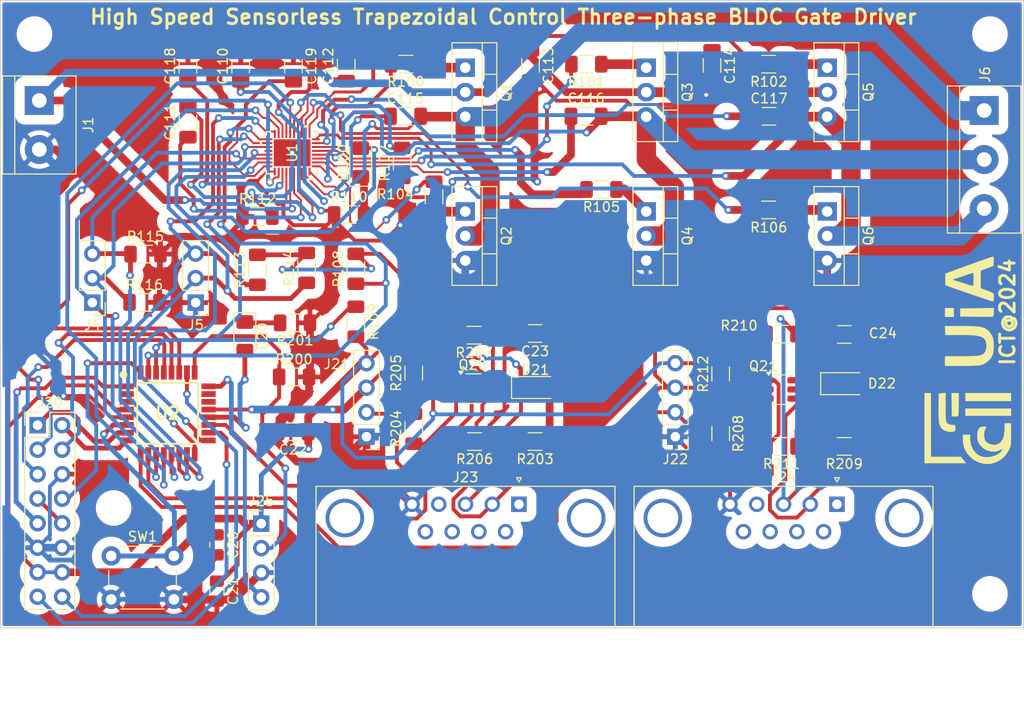
<source format=kicad_pcb>
(kicad_pcb (version 20240108) (generator "pcbnew") (generator_version "8.0")
  (layers (0 "F.Cu" signal) (31 "B.Cu" signal) (34 "B.Paste" user) (35 "F.Paste" user) (36 "B.SilkS" user "B.Silkscreen") (37 "F.SilkS" user "F.Silkscreen") (38 "B.Mask" user) (39 "F.Mask" user) (44 "Edge.Cuts" user))
  (net 0 "")
  (net 1 "AGND")
  (net 2 "Net-(D21-A)")
  (net 3 "Net-(D22-A)")
  (net 4 "Net-(U1-GVDD)")
  (net 5 "Net-(U1-CPL)")
  (net 6 "Net-(U1-CPH)")
  (net 7 "Net-(U1-BSTA)")
  (net 8 "Net-(J6-Pin_1)")
  (net 9 "Net-(U1-BSTB)")
  (net 10 "Net-(J6-Pin_2)")
  (net 11 "USART1_RX")
  (net 12 "Net-(U1-BSTC)")
  (net 13 "AVDD")
  (net 14 "Net-(J6-Pin_3)")
  (net 15 "USART2_RX")
  (net 16 "Net-(U1-GCTRL)")
  (net 17 "USART1_TX")
  (net 18 "USART2_TX")
  (net 19 "SDA")
  (net 20 "SCL")
  (net 21 "Net-(U1-DVDD)")
  (net 22 "SWCLK{slash}BOOT0")
  (net 23 "Net-(D20-K)")
  (net 24 "DRVOFF")
  (net 25 "SPEED{slash}_WAKE")
  (net 26 "FG")
  (net 27 "DIR")
  (net 28 "DACOUT")
  (net 29 "BRAKE")
  (net 30 "NFAULT")
  (net 31 "PB9")
  (net 32 "Net-(D20-A)")
  (net 33 "Net-(D21-K)")
  (net 34 "NRST")
  (net 35 "PA0")
  (net 36 "PA1")
  (net 37 "PA8")
  (net 38 "Net-(D22-K)")
  (net 39 "i2c_2_SCL")
  (net 40 "i2c_2_SDA")
  (net 41 "SWDIO")
  (net 42 "PA15")
  (net 43 "PB3")
  (net 44 "PB4")
  (net 45 "PB5")
  (net 46 "PB8")
  (net 59 "Net-(D100-K)")
  (net 60 "Net-(J20-Pin_10)")
  (net 61 "Net-(Q20B-C2)")
  (net 62 "Net-(Q21B-C2)")
  (net 63 "Net-(Q1-G)")
  (net 64 "Net-(Q2-G)")
  (net 65 "Net-(Q3-G)")
  (net 66 "Net-(Q4-G)")
  (net 67 "Net-(Q5-G)")
  (net 68 "Net-(Q6-G)")
  (net 69 "Net-(Q20A-B1)")
  (net 70 "Net-(Q20B-B2)")
  (net 71 "Net-(Q21A-B1)")
  (net 72 "Net-(Q21B-B2)")
  (net 73 "Net-(U1-GHA)")
  (net 74 "Net-(U1-GHB)")
  (net 75 "Net-(U1-GHC)")
  (net 76 "Net-(U1-GLA)")
  (net 77 "Net-(U1-GLB)")
  (net 78 "Net-(U1-GLC)")
  (net 79 "Net-(U1-SN)")
  (net 80 "Net-(U1-EPAD)")
  (net 84 "PVDD")
  (footprint "Capacitor_SMD:C_1206_3216Metric_Pad1.33x1.80mm_HandSolder" (layer "F.Cu") (at 109 70.32 90)
    (property "Reference" "C111")
    (property "Value" "470n")
  )
  (footprint "Resistor_SMD:R_1206_3216Metric_Pad1.30x1.75mm_HandSolder" (layer "F.Cu") (at 164.2 102.59 -90)
    (property "Reference" "R208")
    (property "Value" "10k")
  )
  (footprint "Capacitor_SMD:C_1206_3216Metric_Pad1.33x1.80mm_HandSolder" (layer "F.Cu") (at 125.4 64.52 90)
    (property "Reference" "C112")
    (property "Value" "100n")
  )
  (footprint "Resistor_SMD:R_1206_3216Metric_Pad1.30x1.75mm_HandSolder" (layer "F.Cu") (at 169.18 79.42 180)
    (property "Reference" "R106")
    (property "Value" "15")
  )
  (footprint "Resistor_SMD:R_1206_3216Metric_Pad1.30x1.75mm_HandSolder" (layer "F.Cu") (at 150.28 64.32 180)
    (property "Reference" "R101")
    (property "Value" "15")
  )
  (footprint "uiaLogo:uiaLogo" (layer "F.Cu") (at 189.8 95 90)
    (property "Reference" "G***" (hide yes))
    (property "Value" "LOGO" (hide yes))
  )
  (footprint "Diode_SMD:D_1206_3216Metric_Pad1.42x1.75mm_HandSolder" (layer "F.Cu") (at 144.9925 97.82)
    (property "Reference" "D21")
    (property "Value" "1N4148")
  )
  (footprint "Resistor_SMD:R_1206_3216Metric_Pad1.30x1.75mm_HandSolder" (layer "F.Cu") (at 132.4 102.09 90)
    (property "Reference" "R204")
    (property "Value" "10k")
  )
  (footprint "Resistor_SMD:R_1206_3216Metric_Pad1.30x1.75mm_HandSolder" (layer "F.Cu") (at 151.85 77.3 180)
    (property "Reference" "R105")
    (property "Value" "15")
  )
  (footprint "Capacitor_SMD:C_1206_3216Metric_Pad1.33x1.80mm_HandSolder" (layer "F.Cu") (at 144.5 64.45 -90)
    (property "Reference" "C113")
    (property "Value" "100n")
  )
  (footprint "Package_TO_SOT_THT:TO-220-3_Vertical" (layer "F.Cu") (at 175.235 79.58 -90)
    (property "Reference" "Q6")
    (property "Value" "IRF540N")
  )
  (footprint "Resistor_SMD:R_1206_3216Metric_Pad1.30x1.75mm_HandSolder" (layer "F.Cu") (at 177 103.92 180)
    (property "Reference" "R209")
    (property "Value" "10k")
  )
  (footprint "Resistor_SMD:R_1206_3216Metric_Pad1.30x1.75mm_HandSolder" (layer "F.Cu") (at 169.18 64.32 180)
    (property "Reference" "R102")
    (property "Value" "15")
  )
  (footprint "Connector_PinHeader_2.54mm:PinHeader_1x03_P2.54mm_Vertical" (layer "F.Cu") (at 109.8 89.025 180)
    (property "Reference" "J5")
    (property "Value" "Monitor")
  )
  (footprint "BLDCsens:QFP80P900X900X160-32N" (layer "F.Cu") (at 106.9 100.5)
    (property "Reference" "U2")
    (property "Value" "STM32G030K6T6" (hide yes))
  )
  (footprint "Resistor_SMD:R_1206_3216Metric_Pad1.30x1.75mm_HandSolder" (layer "F.Cu") (at 104.5 89)
    (property "Reference" "R116")
    (property "Value" "10k")
  )
  (footprint "Resistor_SMD:R_1206_3216Metric_Pad1.30x1.75mm_HandSolder" (layer "F.Cu") (at 120.1 91.12 180)
    (property "Reference" "R201")
    (property "Value" "1k")
  )
  (footprint "TerminalBlock:TerminalBlock_bornier-3_P5.08mm" (layer "F.Cu") (at 191.5 69.12 -90)
    (property "Reference" "J6")
    (property "Value" "Screw_Terminal_01x03")
  )
  (footprint "Connector_PinHeader_2.54mm:PinHeader_1x04_P2.54mm_Vertical" (layer "F.Cu") (at 116.6 111.92)
    (property "Reference" "J25")
    (property "Value" "SWD")
  )
  (footprint "LED_SMD:LED_1206_3216Metric_Pad1.42x1.75mm_HandSolder" (layer "F.Cu") (at 114.9 92.52 -90)
    (property "Reference" "D20")
    (property "Value" "LED")
  )
  (footprint "Package_TO_SOT_THT:TO-220-3_Vertical" (layer "F.Cu") (at 175.235 64.68 -90)
    (property "Reference" "Q5")
    (property "Value" "IRF540N")
  )
  (footprint "Connector_PinHeader_2.54mm:PinHeader_1x04_P2.54mm_Vertical" (layer "F.Cu") (at 159.5 102.92 180)
    (property "Reference" "J22")
    (property "Value" "UART PORT#2")
  )
  (footprint "Resistor_SMD:R_1206_3216Metric_Pad1.30x1.75mm_HandSolder" (layer "F.Cu") (at 132.4 96.32 90)
    (property "Reference" "R205")
    (property "Value" "10k")
  )
  (footprint "Resistor_SMD:R_1206_3216Metric_Pad1.30x1.75mm_HandSolder" (layer "F.Cu") (at 131.2 74.55 90)
    (property "Reference" "R107")
    (property "Value" "0.1")
  )
  (footprint "Resistor_SMD:R_1206_3216Metric_Pad1.30x1.75mm_HandSolder" (layer "F.Cu") (at 144.97 103.42 180)
    (property "Reference" "R203")
    (property "Value" "10k")
  )
  (footprint "Package_TO_SOT_SMD:TSOT-23-6_HandSoldering" (layer "F.Cu") (at 138.5 97.92)
    (property "Reference" "Q20")
    (property "Value" "FMB3946")
  )
  (footprint "BLDCsens:WQFN36_REE_TEX" (layer "F.Cu") (at 119.8 73.5 90)
    (property "Reference" "U1")
    (property "Value" "MCT8329A1IREER")
  )
  (footprint "Resistor_SMD:R_1206_3216Metric_Pad1.30x1.75mm_HandSolder" (layer "F.Cu") (at 121.3 85.42 90)
    (property "Reference" "R114")
    (property "Value" "5.1k")
  )
  (footprint "Package_TO_SOT_SMD:TSOT-23-6_HandSoldering" (layer "F.Cu") (at 170.4 98.02)
    (property "Reference" "Q21")
    (property "Value" "FMB3946")
  )
  (footprint "Capacitor_SMD:C_1206_3216Metric_Pad1.33x1.80mm_HandSolder" (layer "F.Cu") (at 163.3 64.45 -90)
    (property "Reference" "C114")
    (property "Value" "100n")
  )
  (footprint "Capacitor_SMD:C_1206_3216Metric_Pad1.33x1.80mm_HandSolder" (layer "F.Cu") (at 177 92.32 180)
    (property "Reference" "C24")
    (property "Value" "47uF")
  )
  (footprint "Capacitor_SMD:C_0805_2012Metric_Pad1.18x1.45mm_HandSolder" (layer "F.Cu") (at 112 114.12 -90)
    (property "Reference" "C20")
    (property "Value" "100nF")
  )
  (footprint "Capacitor_SMD:C_1206_3216Metric_Pad1.33x1.80mm_HandSolder" (layer "F.Cu") (at 119.933332 64.52 -90)
    (property "Reference" "C119")
    (property "Value" "1u")
  )
  (footprint "Connector_PinHeader_2.54mm:PinHeader_1x03_P2.54mm_Vertical" (layer "F.Cu") (at 99.1 89.025 180)
    (property "Reference" "J4")
    (property "Value" "Ctrl-Port")
  )
  (footprint "Package_TO_SOT_THT:TO-220-3_Vertical" (layer "F.Cu") (at 137.735 79.58 -90)
    (property "Reference" "Q2")
    (property "Value" "IRF540N")
  )
  (footprint "Button_Switch_THT:SW_PUSH_6mm_H5mm" (layer "F.Cu") (at 101.05 115.27)
    (property "Reference" "SW1")
    (property "Value" "RESET")
  )
  (footprint "Capacitor_SMD:C_1206_3216Metric_Pad1.33x1.80mm_HandSolder" (layer "F.Cu") (at 131.55 69.72)
    (property "Reference" "C115")
    (property "Value" "1µ")
  )
  (footprint "Resistor_SMD:R_1206_3216Metric_Pad1.30x1.75mm_HandSolder" (layer "F.Cu") (at 126.4 91 -90)
    (property "Reference" "R109")
    (property "Value" "5.1k")
  )
  (footprint "Resistor_SMD:R_1206_3216Metric_Pad1.30x1.75mm_HandSolder" (layer "F.Cu") (at 104.6 84)
    (property "Reference" "R115")
    (property "Value" "10k")
  )
  (footprint "TerminalBlock:TerminalBlock_bornier-2_P5.08mm" (layer "F.Cu") (at 93.6 68.08 -90)
    (property "Reference" "J1")
    (property "Value" "Screw_Terminal_01x02")
  )
  (footprint "Resistor_SMD:R_1206_3216Metric_Pad1.30x1.75mm_HandSolder" (layer "F.Cu") (at 138.65 92.4 180)
    (property "Reference" "R207")
    (property "Value" "10k")
  )
  (footprint "Resistor_SMD:R_1206_3216Metric_Pad1.30x1.75mm_HandSolder" (layer "F.Cu") (at 120 96.72)
    (property "Reference" "R200")
    (property "Value" "10k")
  )
  (footprint "Capacitor_SMD:C_1206_3216Metric_Pad1.33x1.80mm_HandSolder" (layer "F.Cu") (at 144.97 92.22 180)
    (property "Reference" "C23")
    (property "Value" "47uF")
  )
  (footprint "Package_TO_SOT_THT:TO-220-3_Vertical" (layer "F.Cu") (at 137.735 64.68 -90)
    (property "Reference" "Q1")
    (property "Value" "IRF540N")
  )
  (footprint "Resistor_SMD:R_1206_3216Metric_Pad1.30x1.75mm_HandSolder" (layer "F.Cu") (at 164.2 96.42 90)
    (property "Reference" "R212")
    (property "Value" "10k")
  )
  (footprint "Package_TO_SOT_THT:TO-220-3_Vertical" (layer "F.Cu") (at 156.485 79.58 -90)
    (property "Reference" "Q4")
    (property "Value" "IRF540N")
  )
  (footprint "Diode_SMD:D_1206_3216Metric_Pad1.42x1.75mm_HandSolder" (layer "F.Cu") (at 177.0225 97.42)
    (property "Reference" "D22")
    (property "Value" "1N4148")
  )
  (footprint "Resistor_SMD:R_1206_3216Metric_Pad1.30x1.75mm_HandSolder" (layer "F.Cu") (at 170.5 103.92 180)
    (property "Reference" "R211")
    (property "Value" "10k")
  )
  (footprint "Package_TO_SOT_THT:TO-220-3_Vertical" (layer "F.Cu") (at 156.485 64.68 -90)
    (property "Reference" "Q3")
    (property "Value" "IRF540N")
  )
  (footprint "LED_SMD:LED_1206_3216Metric_Pad1.42x1.75mm_HandSolder" (layer "F.Cu") (at 126.9 74.505 90)
    (property "Reference" "D100")
    (property "Value" "LED")
  )
  (footprint "Connector_PinHeader_2.54mm:PinHeader_1x04_P2.54mm_Vertical" (layer "F.Cu") (at 127.5 102.92 180)
    (property "Reference" "J21")
    (property "Value" "UART PORT#1")
  )
  (footprint "Capacitor_SMD:C_1206_3216Metric_Pad1.33x1.80mm_HandSolder" (layer "F.Cu") (at 119.9 102.4 180)
    (property "Reference" "C22")
    (property "Value" "10uF")
  )
  (footprint "Capacitor_SMD:C_1206_3216Metric_Pad1.33x1.80mm_HandSolder" (layer "F.Cu") (at 109 64.52 90)
    (property "Reference" "C118")
    (property "Value" "2n")
  )
  (footprint "Connector_Dsub:DSUB-9_Female_Horizontal_P2.77x2.84mm_EdgePinOffset9.90mm_Housed_MountingHolesOffset11.32mm" (layer "F.Cu") (at 143.3 109.92)
    (property "Reference" "J23")
    (property "Value" "DB9_Female")
  )
  (footprint "Capacitor_SMD:C_1206_3216Metric_Pad1.33x1.80mm_HandSolder" (layer "F.Cu") (at 114.466666 64.52 90)
    (property "Reference" "C110")
    (property "Value" "10u")
  )
  (footprint "Resistor_SMD:R_1206_3216Metric_Pad1.30x1.75mm_HandSolder" (layer "F.Cu") (at 138.7 103.42 180)
    (property "Reference" "R206")
    (property "Value" "10k")
  )
  (footprint "Resistor_SMD:R_1206_3216Metric_Pad1.30x1.75mm_HandSolder" (layer "F.Cu") (at 134.5 78.05 90)
    (property "Reference" "R104")
    (property "Value" "15")
  )
  (footprint "Connector_Dsub:DSUB-9_Female_Horizontal_P2.77x2.84mm_EdgePinOffset9.90mm_Housed_MountingHolesOffset11.32mm" (layer "F.Cu") (at 176.25 109.92)
    (property "Reference" "J24")
    (property "Value" "DB9_Female")
  )
  (footprint "Resistor_SMD:R_1206_3216Metric_Pad1.30x1.75mm_HandSolder" (layer "F.Cu") (at 126.4 85.52 90)
    (property "Reference" "R108")
    (property "Value" "5.1k")
  )
  (footprint "Resistor_SMD:R_1206_3216Metric_Pad1.30x1.75mm_HandSolder" (layer "F.Cu") (at 170.5 92.29)
    (property "Reference" "R210")
    (property "Value" "10k")
  )
  (footprint "Capacitor_SMD:C_1206_3216Metric_Pad1.33x1.80mm_HandSolder" (layer "F.Cu") (at 169.21 69.72)
    (property "Reference" "C117")
    (property "Value" "1u")
  )
  (footprint "Resistor_SMD:R_1206_3216Metric_Pad1.30x1.75mm_HandSolder" (layer "F.Cu") (at 131.58 64.32 180)
    (property "Reference" "R100")
    (property "Value" "15")
  )
  (footprint "Resistor_SMD:R_1206_3216Metric_Pad1.30x1.75mm_HandSolder" (layer "F.Cu") (at 125.7 79.9)
    (property "Reference" "R110")
    (property "Value" "1k")
  )
  (footprint "Resistor_SMD:R_1206_3216Metric_Pad1.30x1.75mm_HandSolder" (layer "F.Cu") (at 116.2 80.1)
    (property "Reference" "R112")
    (property "Value" "0")
  )
  (footprint "Connector_PinHeader_2.54mm:PinHeader_2x08_P2.54mm_Vertical" (layer "F.Cu") (at 93.425 101.72)
    (property "Reference" "J20")
    (property "Value" "Utility Pins ")
  )
  (footprint "Capacitor_SMD:C_1206_3216Metric_Pad1.33x1.80mm_HandSolder" (layer "F.Cu") (at 150.25 69.72)
    (property "Reference" "C116")
    (property "Value" "1u")
  )
  (footprint "Resistor_SMD:R_1206_3216Metric_Pad1.30x1.75mm_HandSolder" (layer "F.Cu") (at 116.2 85.62 90)
    (property "Reference" "R113")
    (property "Value" "5.1k")
  )
  (footprint "Capacitor_SMD:C_0805_2012Metric_Pad1.18x1.45mm_HandSolder" (layer "F.Cu") (at 112 118.92 -90)
    (property "Reference" "C21")
    (property "Value" "100nF")
  )
  (gr_rect (start 89.58 57.72) (end 195.58 122.72) (stroke (width 0.1)) (fill none) (layer "Edge.Cuts"))
  (gr_text "ICT@2024" (at 194.8 95.7 90) (layer "F.SilkS") (effects (font (size 1.5 1.5) (thickness 0.3) (bold yes)) (justify left bottom)))
  (gr_text "High Speed Sensorless Trapezoidal Control Three-phase BLDC Gate Driver" (at 98.7 60.3 0) (layer "F.SilkS") (effects (font (size 1.5 1.5) (thickness 0.3) (bold yes)) (justify left bottom)))
  (segment (start 111.8125 119.77) (end 113.83 119.77) (width 0.8) (layer "F.Cu") (net 1))
  (segment (start 106.05 84.45) (end 106.05 89) (width 0.5) (layer "F.Cu") (net 1))
  (segment (start 117.1569 75.4431) (end 117.9984 75.4431) (width 0.2) (layer "F.Cu") (net 1))
  (segment (start 110.1 117.0575) (end 110.1 119.47) (width 0.8) (layer "F.Cu") (net 1))
  (segment (start 174.2 97.2) (end 174.2 93.5575) (width 0.4) (layer "F.Cu") (net 1))
  (segment (start 119.9 81) (end 123.4 81) (width 0.4) (layer "F.Cu") (net 1))
  (segment (start 120.3 105.5) (end 124.92 105.5) (width 0.8) (layer "F.Cu") (net 1))
  (segment (start 116.2 76.4) (end 116.2 76.7) (width 0.4) (layer "F.Cu") (net 1))
  (segment (start 118.9 78.8) (end 118.9 79) (width 0.4) (layer "F.Cu") (net 1))
  (segment (start 120.800001 69.833331) (end 120.800001 71.5569) (width 0.2) (layer "F.Cu") (net 1))
  (segment (start 172.11 98.02) (end 173.38 98.02) (width 0.4) (layer "F.Cu") (net 1))
  (segment (start 121.6 66.9) (end 121.3 67.2) (width 0.4) (layer "F.Cu") (net 1))
  (segment (start 118.3375 101.6625) (end 121.55 98.45) (width 0.8) (layer "F.Cu") (net 1))
  (segment (start 141.86375 93.76375) (end 141.8 93.8275) (width 0.4) (layer "F.Cu") (net 1))
  (segment (start 136.4 77.2) (end 135.5 78.1) (width 0.4) (layer "F.Cu") (net 1))
  (segment (start 165.17 108.59) (end 159.5 102.92) (width 0.4) (layer "F.Cu") (net 1))
  (segment (start 107.85 82.3) (end 112.9 82.3) (width 0.5) (layer "F.Cu") (net 1))
  (segment (start 174.2 100.1) (end 174.2 97.2) (width 0.4) (layer "F.Cu") (net 1))
  (segment (start 161.7 68.5) (end 162.7 67.5) (width 0.4) (layer "F.Cu") (net 1))
  (segment (start 126.3 82.6) (end 124.15 80.45) (width 0.4) (layer "F.Cu") (net 1))
  (segment (start 124.15 88.62) (end 124.15 79.9) (width 0.4) (layer "F.Cu") (net 1))
  (segment (start 154.8 68.5) (end 154.4 68.1) (width 0.4) (layer "F.Cu") (net 1))
  (segment (start 145.2 76.5) (end 144.9 76.2) (width 0.8) (layer "F.Cu") (net 1))
  (segment (start 141.8 97.9) (end 141.8 99.5) (width 0.4) (layer "F.Cu") (net 1))
  (segment (start 163.3 66.9) (end 163.3 66.0125) (width 0.8) (layer "F.Cu") (net 1))
  (segment (start 121.55 98.45) (end 121.55 96.72) (width 0.8) (layer "F.Cu") (net 1))
  (segment (start 119.200001 78.499999) (end 118.9 78.8) (width 0.2) (layer "F.Cu") (net 1))
  (segment (start 141.78 97.92) (end 141.8 97.9) (width 0.4) (layer "F.Cu") (net 1))
  (segment (start 118.4 68.5) (end 119.7 67.2) (width 0.4) (layer "F.Cu") (net 1))
  (segment (start 121.033332 67.2) (end 121.2 67.2) (width 0.4) (layer "F.Cu") (net 1))
  (segment (start 157.9 68.5) (end 154.8 68.5) (width 0.3) (layer "F.Cu") (net 1))
  (segment (start 131 81) (end 131 76.3) (width 0.4) (layer "F.Cu") (net 1))
  (segment (start 123.4 81) (end 124.15 80.25) (width 0.4) (layer "F.Cu") (net 1))
  (segment (start 119.200001 70.100001) (end 118.4 69.3) (width 0.2) (layer "F.Cu") (net 1))
  (segment (start 117.1569 75.4431) (end 118.000001 75.4431) (width 0.2) (layer "F.Cu") (net 1))
  (segment (start 106.075 89.025) (end 106.05 89) (width 0.5) (layer "F.Cu") (net 1))
  (segment (start 119.200001 71.5569) (end 119.200001 70.100001) (width 0.2) (layer "F.Cu") (net 1))
  (segment (start 112 115.1575) (end 110.1 117.0575) (width 0.8) (layer "F.Cu") (net 1))
  (segment (start 154.4 68.1) (end 147.2 68.1) (width 0.4) (layer "F.Cu") (net 1))
  (segment (start 140.25 101.75) (end 141.8 100.2) (width 0.4) (layer "F.Cu") (net 1))
  (segment (start 174.2 93.5575) (end 175.4375 92.32) (width 0.4) (layer "F.Cu") (net 1))
  (segment (start 120.399999 71.5569) (end 120.399999 70.233333) (width 0.2) (layer "F.Cu") (net 1))
  (segment (start 121.033332 69.6) (end 120.800001 69.833331) (width 0.2) (layer "F.Cu") (net 1))
  (segment (start 157.9 68.5) (end 161.7 68.5) (width 0.4) (layer "F.Cu") (net 1))
  (segment (start 116.7 75.9) (end 117.1569 75.4431) (width 0.2) (layer "F.Cu") (net 1))
  (segment (start 165.17 109.92) (end 165.17 108.59) (width 0.4) (layer "F.Cu") (net 1))
  (segment (start 93.6 73.16) (end 95.31 73.16) (width 0.8) (layer "F.Cu") (net 1))
  (segment (start 136.4 76.5) (end 136.4 77.2) (width 0.4) (layer "F.Cu") (net 1))
  (segment (start 131.2 77.4) (end 131.2 76.1) (width 0.4) (layer "F.Cu") (net 1))
  (segment (start 101 100.9) (end 102.662 100.9) (width 0.4) (layer "F.Cu") (net 1))
  (segment (start 114.65 80.1) (end 114.5 79.95) (width 0.2) (layer "F.Cu") (net 1))
  (segment (start 121.65 91.12) (end 124.15 88.62) (width 0.4) (layer "F.Cu") (net 1))
  (segment (start 129.4 82.6) (end 126.3 82.6) (width 0.4) (layer "F.Cu") (net 1))
  (segment (start 135.5 78.1) (end 131.9 78.1) (width 0.4) (layer "F.Cu") (net 1))
  (segment (start 114.5 79.95) (end 114.5 77.3) (width 0.8) (layer "F.Cu") (net 1))
  (segment (start 137.735 84.66) (end 139.96 84.66) (width 0.5) (layer "F.Cu") (net 1))
  (segment (start 106.15 84) (end 106.15 84.35) (width 0.2) (layer "F.Cu") (net 1))
  (segment (start 118.9 80) (end 119.9 81) (width 0.4) (layer "F.Cu") (net 1))
  (segment (start 140.25 103.42) (end 140.25 101.75) (width 0.4) (layer "F.Cu") (net 1))
  (segment (start 111.8125 119.77) (end 112 119.9575) (width 0.5) (layer "F.Cu") (net 1))
  (segment (start 125.4 62.9575) (end 119.933332 62.9575) (width 1) (layer "F.Cu") (net 1))
  (segment (start 116.2 76.7) (end 118.3 78.8) (width 0.4) (layer "F.Cu") (net 1))
  (segment (start 131 81) (end 129.4 82.6) (width 0.4) (layer "F.Cu") (net 1))
  (segment (start 143.4075 88.1075) (end 143.4075 92.22) (width 0.5) (layer "F.Cu") (net 1))
  (segment (start 121.65 96.35) (end 121.65 91.12) (width 0.8) (layer "F.Cu") (net 1))
  (segment (start 118.3375 103.5375) (end 120.3 105.5) (width 0.8) (layer "F.Cu") (net 1))
  (segment (start 112.9 82.3) (end 114.65 80.55) (width 0.5) (layer "F.Cu") (net 1))
  (segment (start 139.96 84.66) (end 143.4075 88.1075) (width 0.5) (layer "F.Cu") (net 1))
  (segment (start 110.4 119.77) (end 111.8125 119.77) (width 0.8) (layer "F.Cu") (net 1))
  (segment (start 119.933332 62.9575) (end 121.6 64.624168) (width 0.4) (layer "F.Cu") (net 1))
  (segment (start 131.9 78.1) (end 131.2 77.4) (width 0.4) (layer "F.Cu") (net 1))
  (segment (start 121.55 96.45) (end 121.65 96.35) (width 0.5) (layer "F.Cu") (net 1))
  (segment (start 121.4 67.4) (end 121.4 69.233332) (width 0.2) (layer "F.Cu") (net 1))
  (segment (start 124.15 80.25) (end 124.15 79.9) (width 0.2) (layer "F.Cu") (net 1))
  (segment (start 96.1 98.7) (end 98.8 98.7) (width 0.4) (layer "F.Cu") (net 1))
  (segment (start 124.92 105.5) (end 127.5 102.92) (width 0.8) (layer "F.Cu") (net 1))
  (segment (start 114.65 80.55) (end 114.65 80.1) (width 0.5) (layer "F.Cu") (net 1))
  (segment (start 131 76.3) (end 131.2 76.1) (width 0.4) (layer "F.Cu") (net 1))
  (segment (start 116.2 76.4) (end 116.7 75.9) (width 0.3) (layer "F.Cu") (net 1))
  (segment (start 123.75 79.5) (end 124.15 79.9) (width 0.2) (layer "F.Cu") (net 1))
  (segment (start 95.31 73.16) (end 106.15 84) (width 0.8) (layer "F.Cu") (net 1))
  (segment (start 141.86375 93.76375) (end 143.4075 92.22) (width 0.4) (layer "F.Cu") (net 1))
  (segment (start 113.83 119.77) (end 116.6 117) (width 0.8) (layer "F.Cu") (net 1))
  (segment (start 122.8 79.5) (end 123.75 79.5) (width 0.4) (layer "F.Cu") (net 1))
  (segment (start 145.1125 66.0125) (end 144.5 66.0125) (width 0.2) (layer "F.Cu") (net 1))
  (segment (start 127.5 102.92) (end 127.5 105.2) (width 0.8) (layer "F.Cu") (net 1))
  (segment (start 121.55 96.72) (end 121.55 96.45) (width 0.5) (layer "F.Cu") (net 1))
  (segment (start 147.2 68.1) (end 145.1125 66.0125) (width 0.4) (layer "F.Cu") (net 1))
  (segment (start 106.15 84.35) (end 106.05 84.45) (width 0.2) (layer "F.Cu") (net 1))
  (segment (start 121.2 67.2) (end 121.4 67.4) (width 0.2) (layer "F.Cu") (net 1))
  (segment (start 114.466666 62.9575) (end 119.933332 62.9575) (width 1) (layer "F.Cu") (net 1))
  (segment (start 106.15 84) (end 107.85 82.3) (width 0.5) (layer "F.Cu") (net 1))
  (segment (start 109 62.9575) (end 114.466666 62.9575) (width 1) (layer "F.Cu") (net 1))
  (segment (start 107.55 119.77) (end 110.4 119.77) (width 0.8) (layer "F.Cu") (net 1))
  (segment (start 118.3375 102.4) (end 118.3375 103.5375) (width 0.8) (layer "F.Cu") (net 1))
  (segment (start 162.7 67.5) (end 163.3 66.9) (width 0.8) (layer "F.Cu") (net 1))
  (segment (start 140.21 97.92) (end 141.78 97.92) (width 0.4) (layer "F.Cu") (net 1))
  (segment (start 121.3 67.2) (end 121.033332 67.2) (width 0.2) (layer "F.Cu") (net 1))
  (segment (start 124.15 80.45) (end 124.15 79.9) (width 0.4) (layer "F.Cu") (net 1))
  (segment (start 98.8 98.7) (end 101 100.9) (width 0.4) (layer "F.Cu") (net 1))
  (segment (start 118.9 79) (end 118.9 80) (width 0.4) (layer "F.Cu") (net 1))
  (segment (start 110.1 119.47) (end 110.4 119.77) (width 0.8) (layer "F.Cu") (net 1))
  (segment (start 173.38 98.02) (end 174.2 97.2) (width 0.4) (layer "F.Cu") (net 1))
  (segment (start 127.5 105.2) (end 132.22 109.92) (width 0.8) (layer "F.Cu") (net 1))
  (segment (start 116.2 76.4) (end 117.1569 75.4431) (width 0.2) (layer "F.Cu") (net 1))
  (segment (start 141.8 100.2) (end 141.8 99.5) (width 0.4) (layer "F.Cu") (net 1))
  (segment (start 144.9 76.2) (end 144.9 66.4125) (width 0.8) (layer "F.Cu") (net 1))
  (segment (start 115.4 76.4) (end 116.2 76.4) (width 0.4) (layer "F.Cu") (net 1))
  (segment (start 114.5 77.3) (end 115.4 76.4) (width 0.4) (layer "F.Cu") (net 1))
  (segment (start 121.4 69.233332) (end 121.033332 69.6) (width 0.2) (layer "F.Cu") (net 1))
  (segment (start 119.7 67.2) (end 121.033332 67.2) (width 0.4) (layer "F.Cu") (net 1))
  (segment (start 109.8 89.025) (end 106.075 89.025) (width 0.5) (layer "F.Cu") (net 1))
  (segment (start 120.399999 70.233333) (end 121.033332 69.6) (width 0.2) (layer "F.Cu") (net 1))
  (segment (start 144.9 66.4125) (end 144.5 66.0125) (width 0.8) (layer "F.Cu") (net 1))
  (segment (start 175.235 84.66) (end 175.235 92.1175) (width 0.8) (layer "F.Cu") (net 1))
  (segment (start 141.8 93.8275) (end 141.8 99.5) (width 0.4) (layer "F.Cu") (net 1))
  (segment (start 121.6 64.624168) (end 121.6 66.9) (width 0.4) (layer "F.Cu") (net 1))
  (segment (start 175.235 92.1175) (end 175.4375 92.32) (width 0.5) (layer "F.Cu") (net 1))
  (segment (start 119.200001 75.4431) (end 119.200001 78.499999) (width 0.2) (layer "F.Cu") (net 1))
  (segment (start 172.05 103.92) (end 172.05 102.25) (width 0.4) (layer "F.Cu") (net 1))
  (segment (start 118.4 69.3) (end 118.4 68.5) (width 0.4) (layer "F.Cu") (net 1))
  (segment (start 118.3 78.8) (end 118.9 78.8) (width 0.4) (layer "F.Cu") (net 1))
  (segment (start 172.05 102.25) (end 174.2 100.1) (width 0.4) (layer "F.Cu") (net 1))
  (via (at 122.8 79.5) (size 0.8) (drill 0.4) (layers "F.Cu" "B.Cu") (net 1))
  (via (at 118.4 69.3) (size 0.8) (drill 0.4) (layers "F.Cu" "B.Cu") (net 1))
  (via (at 131 81) (size 0.8) (drill 0.4) (layers "F.Cu" "B.Cu") (net 1))
  (via (at 162.7 67.5) (size 0.8) (drill 0.4) (layers "F.Cu" "B.Cu") (net 1))
  (via (at 145.2 76.5) (size 0.8) (drill 0.4) (layers "F.Cu" "B.Cu") (net 1))
  (via (at 136.4 76.5) (size 0.8) (drill 0.4) (layers "F.Cu" "B.Cu") (net 1))
  (via (at 96.1 98.7) (size 0.8) (drill 0.4) (layers "F.Cu" "B.Cu") (net 1))
  (segment (start 159.5 102.92) (end 162.1 100.32) (width 0.8) (layer "B.Cu") (net 1))
  (segment (start 93.6 92.8) (end 93.5 92.9) (width 0.2) (layer "B.Cu") (net 1))
  (segment (start 137.735 94.565) (end 137.735 84.66) (width 0.8) (layer "B.Cu") (net 1))
  (segment (start 93.5 92.9) (end 90.3 96.1) (width 0.5) (layer "B.Cu") (net 1))
  (segment (start 94.7 108.065) (end 95.965 106.8) (width 0.4) (layer "B.Cu") (net 1))
  (segment (start 96.1 96.9) (end 93.5 94.3) (width 0.5) (layer "B.Cu") (net 1))
  (segment (start 90.3 111.295) (end 93.425 114.42) (width 0.5) (layer "B.Cu") (net 1))
  (segment (start 107.55 119.77) (end 101.05 119.77) (width 0.5) (layer "B.Cu") (net 1))
  (segment (start 94.705 115.7) (end 93.425 114.42) (width 0.5) (layer "B.Cu") (net 1))
  (segment (start 162.1 90.275) (end 156.485 84.66) (width 0.8) (layer "B.Cu") (net 1))
  (segment (start 136.7 76.2) (end 136.4 76.5) (width 0.4) (layer "B.Cu") (net 1))
  (segment (start 120.5 71.4) (end 120.5 77.2) (width 0.4) (layer "B.Cu") (net 1))
  (segment (start 96.1 98.7) (end 96.1 96.9) (width 0.5) (layer "B.Cu") (net 1))
  (segment (start 127.5 102.92) (end 129.38 102.92) (width 0.8) (layer "B.Cu") (net 1))
  (segment (start 127.5 102.92) (end 127.5 103.2) (width 0.5) (layer "B.Cu") (net 1))
  (segment (start 144.9 76.2) (end 136.7 76.2) (width 0.4) (layer "B.Cu") (net 1))
  (segment (start 118.4 69.3) (end 120.5 71.4) (width 0.4) (layer "B.Cu") (net 1))
  (segment (start 156.485 84.66) (end 175.235 84.66) (width 2) (layer "B.Cu") (net 1))
  (segment (start 95.4 74.96) (end 95.4 91) (width 0.8) (layer "B.Cu") (net 1))
  (segment (start 90.3 96.1) (end 90.3 111.295) (width 0.5) (layer "B.Cu") (net 1))
  (segment (start 93.425 114.42) (end 95.965 114.42) (width 0.8) (layer "B.Cu") (net 1))
  (segment (start 137.735 84.66) (end 156.485 84.66) (width 2) (layer "B.Cu") (net 1))
  (segment (start 94.7 113.145) (end 94.7 108.065) (width 0.4) (layer "B.Cu") (net 1))
  (segment (start 93.5 94.3) (end 93.5 92.9) (width 0.5) (layer "B.Cu") (net 1))
  (segment (start 93.6 73.16) (end 95.4 74.96) (width 0.8) (layer "B.Cu") (net 1))
  (segment (start 120.5 77.2) (end 122.8 79.5) (width 0.4) (layer "B.Cu") (net 1))
  (segment (start 129.38 102.92) (end 137.735 94.565) (width 0.8) (layer "B.Cu") (net 1))
  (segment (start 95.4 91) (end 93.6 92.8) (width 0.8) (layer "B.Cu") (net 1))
  (segment (start 101.05 119.77) (end 96.98 115.7) (width 0.5) (layer "B.Cu") (net 1))
  (segment (start 145.2 76.5) (end 144.9 76.2) (width 0.4) (layer "B.Cu") (net 1))
  (segment (start 93.425 114.42) (end 94.7 113.145) (width 0.4) (layer "B.Cu") (net 1))
  (segment (start 96.98 115.7) (end 94.705 115.7) (width 0.5) (layer "B.Cu") (net 1))
  (segment (start 162.1 100.32) (end 162.1 90.275) (width 0.8) (layer "B.Cu") (net 1))
  (segment (start 146.48 97.82) (end 146.48 103.38) (width 0.8) (layer "F.Cu") (net 2))
  (segment (start 146.48 103.38) (end 146.52 103.42) (width 0.5) (layer "F.Cu") (net 2))
  (segment (start 146.5325 97.7675) (end 146.48 97.82) (width 0.5) (layer "F.Cu") (net 2))
  (segment (start 146.5325 92.22) (end 146.5325 97.7675) (width 0.8) (layer "F.Cu") (net 2))
  (segment (start 178.5625 92.32) (end 178.5625 97.3675) (width 0.8) (layer "F.Cu") (net 3))
  (segment (start 178.51 103.88) (end 178.55 103.92) (width 0.5) (layer "F.Cu") (net 3))
  (segment (start 178.51 97.42) (end 178.51 103.88) (width 0.8) (layer "F.Cu") (net 3))
  (segment (start 178.5625 97.3675) (end 178.51 97.42) (width 0.5) (layer "F.Cu") (net 3))
  (segment (start 120.800001 76.200001) (end 120.800001 75.4431) (width 0.2) (layer "F.Cu") (net 4))
  (segment (start 123.1 78.5) (end 120.800001 76.200001) (width 0.2) (layer "F.Cu") (net 4))
  (segment (start 114.466666 67.2) (end 114.466666 66.0825) (width 0.8) (layer "F.Cu") (net 4))
  (via (at 114.466666 67.2) (size 0.8) (drill 0.4) (layers "F.Cu" "B.Cu") (net 4))
  (via (at 123.1 78.5) (size 0.8) (drill 0.4) (layers "F.Cu" "B.Cu") (net 4))
  (segment (start 117.365686 67.2) (end 121.1 70.934314) (width 0.4) (layer "B.Cu") (net 4))
  (segment (start 114.466666 67.2) (end 117.365686 67.2) (width 0.4) (layer "B.Cu") (net 4))
  (segment (start 121.1 76.5) (end 123.1 78.5) (width 0.4) (layer "B.Cu") (net 4))
  (segment (start 121.1 70.934314) (end 121.1 76.5) (width 0.4) (layer "B.Cu") (net 4))
  (segment (start 108.2 72.6825) (end 109 71.8825) (width 0.4) (layer "F.Cu") (net 5))
  (segment (start 120.7 78.4) (end 120 77.7) (width 0.2) (layer "F.Cu") (net 5))
  (segment (start 109.6 79.3) (end 109.6 78.1) (width 0.4) (layer "F.Cu") (net 5))
  (segment (start 109.6 78.1) (end 108.2 76.7) (width 0.4) (layer "F.Cu") (net 5))
  (segment (start 108.2 76.7) (end 108.2 72.6825) (width 0.4) (layer "F.Cu") (net 5))
  (segment (start 120 77.7) (end 120 75.4431) (width 0.2) (layer "F.Cu") (net 5))
  (segment (start 120.7 80.2) (end 120.7 78.4) (width 0.2) (layer "F.Cu") (net 5))
  (via (at 109.6 79.3) (size 0.8) (drill 0.4) (layers "F.Cu" "B.Cu") (net 5))
  (via (at 120.7 80.2) (size 0.8) (drill 0.4) (layers "F.Cu" "B.Cu") (net 5))
  (segment (start 114.8 80.2) (end 114.1 79.5) (width 0.4) (layer "B.Cu") (net 5))
  (segment (start 120.7 80.2) (end 114.8 80.2) (width 0.4) (layer "B.Cu") (net 5))
  (segment (start 109.8 79.5) (end 109.6 79.3) (width 0.4) (layer "B.Cu") (net 5))
  (segment (start 114.1 79.5) (end 109.8 79.5) (width 0.4) (layer "B.Cu") (net 5))
  (segment (start 110.4 75.7) (end 110.4 70.1575) (width 0.4) (layer "F.Cu") (net 6))
  (segment (start 121.9 80.2) (end 121.9 78.941422) (width 0.2) (layer "F.Cu") (net 6))
  (segment (start 120.399999 77.441421) (end 120.399999 75.4431) (width 0.2) (layer "F.Cu") (net 6))
  (segment (start 110.4 70.1575) (end 109 68.7575) (width 0.4) (layer "F.Cu") (net 6))
  (segment (start 121.9 78.941422) (end 120.399999 77.441421) (width 0.2) (layer "F.Cu") (net 6))
  (segment (start 109.3 76.8) (end 110.4 75.7) (width 0.4) (layer "F.Cu") (net 6))
  (via (at 121.9 80.2) (size 0.8) (drill 0.4) (layers "F.Cu" "B.Cu") (net 6))
  (via (at 109.3 76.8) (size 0.8) (drill 0.4) (layers "F.Cu" "B.Cu") (net 6))
  (segment (start 110.707107 78.1) (end 114.9 78.1) (width 0.4) (layer "B.Cu") (net 6))
  (segment (start 114.9 78.1) (end 115.4 78.6) (width 0.4) (layer "B.Cu") (net 6))
  (segment (start 109.3 76.8) (end 109.407107 76.8) (width 0.4) (layer "B.Cu") (net 6))
  (segment (start 109.407107 76.8) (end 110.707107 78.1) (width 0.4) (layer "B.Cu") (net 6))
  (segment (start 120.3 78.6) (end 121.9 80.2) (width 0.4) (layer "B.Cu") (net 6))
  (segment (start 115.4 78.6) (end 120.3 78.6) (width 0.4) (layer "B.Cu") (net 6))
  (segment (start 126.98 69.72) (end 129.9875 69.72) (width 0.4) (layer "F.Cu") (net 7))
  (segment (start 123.9 77.8) (end 123.124264 77.8) (width 0.2) (layer "F.Cu") (net 7))
  (segment (start 121.2 75.875736) (end 121.2 75.4431) (width 0.2) (layer "F.Cu") (net 7))
  (segment (start 123.124264 77.8) (end 121.2 75.875736) (width 0.2) (layer "F.Cu") (net 7))
  (segment (start 126.6 70.1) (end 126.98 69.72) (width 0.4) (layer "F.Cu") (net 7))
  (via (at 126.6 70.1) (size 0.8) (drill 0.4) (layers "F.Cu" "B.Cu") (net 7))
  (via (at 123.9 77.8) (size 0.8) (drill 0.4) (layers "F.Cu" "B.Cu") (net 7))
  (segment (start 125.9 70.8) (end 126.6 70.1) (width 0.4) (layer "B.Cu") (net 7))
  (segment (start 125.9 75.8) (end 125.9 70.8) (width 0.4) (layer "B.Cu") (net 7))
  (segment (start 123.9 77.8) (end 125.9 75.8) (width 0.4) (layer "B.Cu") (net 7))
  (segment (start 133.1525 69.76) (end 133.1125 69.72) (width 0.2) (layer "F.Cu") (net 8))
  (segment (start 131.8325 71) (end 133.1125 69.72) (width 0.3) (layer "F.Cu") (net 8))
  (segment (start 137.735 69.76) (end 133.1525 69.76) (width 1) (layer "F.Cu") (net 8))
  (segment (start 128.6 71) (end 131.8325 71) (width 0.3) (layer "F.Cu") (net 8))
  (segment (start 128.1 70.5) (end 128.6 71) (width 0.3) (layer "F.Cu") (net 8))
  (segment (start 125 77.8) (end 124.2 77) (width 0.2) (layer "F.Cu") (net 8))
  (segment (start 137.735 82.12) (end 139.14 82.12) (width 2) (layer "F.Cu") (net 8))
  (segment (start 140.3 80.96) (end 140.3 75.5) (width 2) (layer "F.Cu") (net 8))
  (segment (start 139.14 82.12) (end 140.3 80.96) (width 2) (layer "F.Cu") (net 8))
  (segment (start 123.156899 77) (end 121.599999 75.4431) (width 0.2) (layer "F.Cu") (net 8))
  (segment (start 124.2 77) (end 123.156899 77) (width 0.2) (layer "F.Cu") (net 8))
  (segment (start 137.735 72.935) (end 137.735 69.76) (width 2) (layer "F.Cu") (net 8))
  (segment (start 140.3 75.5) (end 137.735 72.935) (width 2) (layer "F.Cu") (net 8))
  (via (at 128.1 70.5) (size 0.8) (drill 0.4) (layers "F.Cu" "B.Cu") (net 8))
  (via (at 125 77.8) (size 0.8) (drill 0.4) (layers "F.Cu" "B.Cu") (net 8))
  (segment (start 137.735 69.76) (end 140.96 69.76) (width 2) (layer "B.Cu") (net 8))
  (segment (start 128.1 70.5) (end 127.3 71.3) (width 0.4) (layer "B.Cu") (net 8))
  (segment (start 127.3 75.5) (end 125 77.8) (width 0.4) (layer "B.Cu") (net 8))
  (segment (start 191.48 69.14) (end 191.5 69.12) (width 2) (layer "B.Cu") (net 8))
  (segment (start 149.72 61) (end 180.6 61) (width 2) (layer "B.Cu") (net 8))
  (segment (start 127.3 71.3) (end 127.3 75.5) (width 0.4) (layer "B.Cu") (net 8))
  (segment (start 188.74 69.14) (end 191.48 69.14) (width 2) (layer "B.Cu") (net 8))
  (segment (start 180.6 61) (end 188.74 69.14) (width 2) (layer "B.Cu") (net 8))
  (segment (start 140.96 69.76) (end 149.72 61) (width 2) (layer "B.Cu") (net 8))
  (segment (start 124.2 74.9) (end 123.399999 74.099999) (width 0.2) (layer "F.Cu") (net 9))
  (segment (start 123.399999 74.099999) (end 122.2511 74.099999) (width 0.2) (layer "F.Cu") (net 9))
  (segment (start 146.2 75.5) (end 146.9 75.5) (width 0.8) (layer "F.Cu") (net 9))
  (segment (start 132.8 74.9) (end 124.2 74.9) (width 0.2) (layer "F.Cu") (net 9))
  (segment (start 146.9 75.5) (end 148.6875 73.7125) (width 0.8) (layer "F.Cu") (net 9))
  (segment (start 133.4 75.5) (end 132.8 74.9) (width 0.2) (layer "F.Cu") (net 9))
  (segment (start 148.6875 73.7125) (end 148.6875 69.72) (width 0.8) (layer "F.Cu") (net 9))
  (segment (start 135.9 75.5) (end 133.4 75.5) (width 0.2) (layer "F.Cu") (net 9))
  (via (at 135.9 75.5) (size 0.8) (drill 0.4) (layers "F.Cu" "B.Cu") (net 9))
  (via (at 146.2 75.5) (size 0.8) (drill 0.4) (layers "F.Cu" "B.Cu") (net 9))
  (segment (start 146.2 75.5) (end 135.9 75.5) (width 0.4) (layer "B.Cu") (net 9))
  (segment (start 150.3 71.4) (end 151.8125 69.8875) (width 0.8) (layer "F.Cu") (net 10))
  (segment (start 151.8125 69.8875) (end 151.8125 69.72) (width 0.2) (layer "F.Cu") (net 10))
  (segment (start 159.4 81) (end 158.28 82.12) (width 2) (layer "F.Cu") (net 10))
  (segment (start 124.3 74) (end 124 73.7) (width 0.2) (layer "F.Cu") (net 10))
  (segment (start 159.4 77.1) (end 159.4 81) (width 2) (layer "F.Cu") (net 10))
  (segment (start 156.5 69.775) (end 156.5 74.2) (width 2) (layer "F.Cu") (net 10))
  (segment (start 156.485 69.76) (end 156.5 69.775) (width 0.5) (layer "F.Cu") (net 10))
  (segment (start 158.28 82.12) (end 156.485 82.12) (width 2) (layer "F.Cu") (net 10))
  (segment (start 156.445 69.72) (end 156.485 69.76) (width 0.2) (layer "F.Cu") (net 10))
  (segment (start 124 73.7) (end 122.2511 73.7) (width 0.2) (layer "F.Cu") (net 10))
  (segment (start 156.5 74.2) (end 159.4 77.1) (width 2) (layer "F.Cu") (net 10))
  (segment (start 151.8125 69.72) (end 156.445 69.72) (width 1) (layer "F.Cu") (net 10))
  (via (at 124.3 74) (size 0.8) (drill 0.4) (layers "F.Cu" "B.Cu") (net 10))
  (via (at 150.3 71.4) (size 0.8) (drill 0.4) (layers "F.Cu" "B.Cu") (net 10))
  (segment (start 150.2 71.3) (end 150.3 71.4) (width 0.4) (layer "B.Cu") (net 10))
  (segment (start 129.1 70.2) (end 129.1 72.948529) (width 0.4) (layer "B.Cu") (net 10))
  (segment (start 124.3 74) (end 125.1 73.2) (width 0.4) (layer "B.Cu") (net 10))
  (segment (start 126.2 69.3) (end 128.2 69.3) (width 0.4) (layer "B.Cu") (net 10))
  (segment (start 156.485 69.76) (end 160.945 74.22) (width 2) (layer "B.Cu") (net 10))
  (segment (start 129.1 72.948529) (end 129.751471 73.6) (width 0.4) (layer "B.Cu") (net 10))
  (segment (start 125.1 73.2) (end 125.1 70.4) (width 0.4) (layer "B.Cu") (net 10))
  (segment (start 191.48 74.22) (end 191.5 74.2) (width 2) (layer "B.Cu") (net 10))
  (segment (start 160.945 74.22) (end 191.48 74.22) (width 2) (layer "B.Cu") (net 10))
  (segment (start 131.4 73.6) (end 132.5 72.5) (width 0.4) (layer "B.Cu") (net 10))
  (segment (start 132.5 72.5) (end 142.3 72.5) (width 0.4) (layer "B.Cu") (net 10))
  (segment (start 142.3 72.5) (end 143.5 71.3) (width 0.4) (layer "B.Cu") (net 10))
  (segment (start 128.2 69.3) (end 129.1 70.2) (width 0.4) (layer "B.Cu") (net 10))
  (segment (start 129.751471 73.6) (end 131.4 73.6) (width 0.4) (layer "B.Cu") (net 10))
  (segment (start 143.5 71.3) (end 150.2 71.3) (width 0.4) (layer "B.Cu") (net 10))
  (segment (start 125.1 70.4) (end 126.2 69.3) (width 0.4) (layer "B.Cu") (net 10))
  (segment (start 115.6 100.1) (end 111.138 100.1) (width 0.4) (layer "F.Cu") (net 11))
  (segment (start 124 100.1) (end 125.2 100.1) (width 0.8) (layer "F.Cu") (net 11))
  (segment (start 140.6 96.58) (end 140.21 96.97) (width 0.4) (layer "F.Cu") (net 11))
  (segment (start 129.07 96.27) (end 127.5 97.84) (width 0.4) (layer "F.Cu") (net 11))
  (segment (start 139.04 95.8) (end 134.2 95.8) (width 0.4) (layer "F.Cu") (net 11))
  (segment (start 134.2 95.8) (end 133.73 96.27) (width 0.4) (layer "F.Cu") (net 11))
  (segment (start 140.21 96.97) (end 139.04 95.8) (width 0.4) (layer "F.Cu") (net 11))
  (segment (start 140.6 92.8) (end 140.6 96.58) (width 0.4) (layer "F.Cu") (net 11))
  (segment (start 140.6 92.8) (end 140.2 92.4) (width 0.2) (layer "F.Cu") (net 11))
  (segment (start 125.2 100.1) (end 127.46 97.84) (width 0.8) (layer "F.Cu") (net 11))
  (segment (start 133.73 96.27) (end 129.07 96.27) (width 0.4) (layer "F.Cu") (net 11))
  (segment (start 127.46 97.84) (end 127.5 97.84) (width 0.5) (layer "F.Cu") (net 11))
  (via (at 124 100.1) (size 0.8) (drill 0.4) (layers "F.Cu" "B.Cu") (net 11))
  (via (at 115.6 100.1) (size 0.8) (drill 0.4) (layers "F.Cu" "B.Cu") (net 11))
  (segment (start 124 100.1) (end 115.6 100.1) (width 0.8) (layer "B.Cu") (net 11))
  (segment (start 122.8 70.6) (end 123 70.4) (width 0.4) (layer "F.Cu") (net 12))
  (segment (start 123 70.4) (end 123 69.2) (width 0.4) (layer "F.Cu") (net 12))
  (segment (start 123 69.2) (end 124.2 68) (width 0.4) (layer "F.Cu") (net 12))
  (segment (start 124.2 68) (end 125.9 68) (width 0.4) (layer "F.Cu") (net 12))
  (segment (start 123.200001 72.499999) (end 122.2511 72.499999) (width 0.2) (layer "F.Cu") (net 12))
  (segment (start 125.9 68) (end 125.95 67.95) (width 0.4) (layer "F.Cu") (net 12))
  (segment (start 167.6475 69.72) (end 164.82 69.72) (width 0.8) (layer "F.Cu") (net 12))
  (segment (start 123.4 72.3) (end 123.200001 72.499999) (width 0.2) (layer "F.Cu") (net 12))
  (segment (start 164.82 69.72) (end 164.8 69.7) (width 0.2) (layer "F.Cu") (net 12))
  (via (at 164.8 69.7) (size 0.8) (drill 0.4) (layers "F.Cu" "B.Cu") (net 12))
  (via (at 123.4 72.3) (size 0.8) (drill 0.4) (layers "F.Cu" "B.Cu") (net 12))
  (via (at 122.8 70.6) (size 0.8) (drill 0.4) (layers "F.Cu" "B.Cu") (net 12))
  (via (at 125.95 67.95) (size 0.8) (drill 0.4) (layers "F.Cu" "B.Cu") (net 12))
  (segment (start 143.9 69.6) (end 153.4 69.6) (width 0.4) (layer "B.Cu") (net 12))
  (segment (start 134 71.8) (end 141.7 71.8) (width 0.4) (layer "B.Cu") (net 12))
  (segment (start 141.7 71.8) (end 143.9 69.6) (width 0.4) (layer "B.Cu") (net 12))
  (segment (start 153.4 69.6) (end 154.44 68.56) (width 0.4) (layer "B.Cu") (net 12))
  (segment (start 154.49 68.51) (end 157.61 68.51) (width 0.3) (layer "B.Cu") (net 12))
  (segment (start 125.95 67.95) (end 126 68) (width 0.4) (layer "B.Cu") (net 12))
  (segment (start 157.8 68.7) (end 158.8 69.7) (width 0.4) (layer "B.Cu") (net 12))
  (segment (start 158.8 69.7) (end 164.8 69.7) (width 0.4) (layer "B.Cu") (net 12))
  (segment (start 123.4 71.2) (end 123.4 72.3) (width 0.4) (layer "B.Cu") (net 12))
  (segment (start 157.61 68.51) (end 157.8 68.7) (width 0.3) (layer "B.Cu") (net 12))
  (segment (start 126 68) (end 130.2 68) (width 0.4) (layer "B.Cu") (net 12))
  (segment (start 122.8 70.6) (end 123.4 71.2) (width 0.4) (layer "B.Cu") (net 12))
  (segment (start 154.44 68.56) (end 154.49 68.51) (width 0.3) (layer "B.Cu") (net 12))
  (segment (start 130.2 68) (end 134 71.8) (width 0.4) (layer "B.Cu") (net 12))
  (segment (start 90.4 94.9) (end 90.4 113.935) (width 0.4) (layer "F.Cu") (net 13))
  (segment (start 114.1 116.2) (end 114.1 113.5) (width 0.5) (layer "F.Cu") (net 13))
  (segment (start 128.87 83.97) (end 137.1 92.2) (width 0.4) (layer "F.Cu") (net 13))
  (segment (start 128 85.5) (end 126.47 83.97) (width 0.4) (layer "F.Cu") (net 13))
  (segment (start 112 117.8825) (end 112.4175 117.8825) (width 0.5) (layer "F.Cu") (net 13))
  (segment (start 90.4 101.9) (end 90.4 113.935) (width 0.4) (layer "F.Cu") (net 13))
  (segment (start 96.6 88.7) (end 90.4 94.9) (width 0.4) (layer "F.Cu") (net 13))
  (segment (start 137.1 92.4) (end 130.4 92.4) (width 0.4) (layer "F.Cu") (net 13))
  (segment (start 117.5 76.6) (end 118.0505 76.0495) (width 0.2) (layer "F.Cu") (net 13))
  (segment (start 127.5 93.77) (end 126.4 92.67) (width 0.4) (layer "F.Cu") (net 13))
  (segment (start 126.47 83.97) (end 126.4 83.97) (width 0.2) (layer "F.Cu") (net 13))
  (segment (start 121.3 83.87) (end 119.57 85.6) (width 0.4) (layer "F.Cu") (net 13))
  (segment (start 114.4 111.4) (end 108.6 111.4) (width 0.8) (layer "F.Cu") (net 13))
  (segment (start 126.4 83.97) (end 128.87 83.97) (width 0.4) (layer "F.Cu") (net 13))
  (segment (start 118.799999 70.599999) (end 118.799999 71.5569) (width 0.2) (layer "F.Cu") (net 13))
  (segment (start 94.45 98.9) (end 93.4 98.9) (width 0.4) (layer "F.Cu") (net 13))
  (segment (start 115.68 111.92) (end 116.6 111.92) (width 0.5) (layer "F.Cu") (net 13))
  (segment (start 117.3 68.5) (end 117.3 69.1) (width 0.2) (layer "F.Cu") (net 13))
  (segment (start 101.5 100.1) (end 99 97.6) (width 0.4) (layer "F.Cu") (net 13))
  (segment (start 135.18 97.92) (end 136.79 97.92) (width 0.4) (layer "F.Cu") (net 13))
  (segment (start 108.6 111.4) (end 103.04 116.96) (width 0.8) (layer "F.Cu") (net 13))
  (segment (start 121.1 84.07) (end 121.3 83.87) (width 0.5) (layer "F.Cu") (net 13))
  (segment (start 164.2 95.1) (end 167.12 98.02) (width 0.4) (layer "F.Cu") (net 13))
  (segment (start 90.4 113.935) (end 93.425 116.96) (width 0.4) (layer "F.Cu") (net 13))
  (segment (start 134.4 98.7) (end 135.18 97.92) (width 0.4) (layer "F.Cu") (net 13))
  (segment (start 95.75 97.6) (end 94.45 98.9) (width 0.4) (layer "F.Cu") (net 13))
  (segment (start 98 77.4) (end 96.6 78.8) (width 0.4) (layer "F.Cu") (net 13))
  (segment (start 163.77 95.3) (end 164.2 94.87) (width 0.5) (layer "F.Cu") (net 13))
  (segment (start 116.6 111.92) (end 114.92 111.92) (width 0.8) (layer "F.Cu") (net 13))
  (segment (start 167.12 98.02) (end 168.69 98.02) (width 0.4) (layer "F.Cu") (net 13))
  (segment (start 159.5 95.3) (end 163.77 95.3) (width 0.4) (layer "F.Cu") (net 13))
  (segment (start 127 95.3) (end 127.5 95.3) (width 0.8) (layer "F.Cu") (net 13))
  (segment (start 112.4175 117.8825) (end 114.1 116.2) (width 0.5) (layer "F.Cu") (net 13))
  (segment (start 116.2 84.07) (end 121.1 84.07) (width 0.5) (layer "F.Cu") (net 13))
  (segment (start 121.4625 104.1625) (end 121.4625 102.4) (width 0.8) (layer "F.Cu") (net 13))
  (segment (start 130.4 92.4) (end 127.5 95.3) (width 0.4) (layer "F.Cu") (net 13))
  (segment (start 118.301601 76.0495) (end 118.4 75.951101) (width 0.2) (layer "F.Cu") (net 13))
  (segment (start 117.3 69.1) (end 118.799999 70.599999) (width 0.2) (layer "F.Cu") (net 13))
  (segment (start 121.4625 102.4) (end 121.4625 100.8375) (width 0.8) (layer "F.Cu") (net 13))
  (segment (start 121.5 104.2) (end 121.4625 104.1625) (width 0.5) (layer "F.Cu") (net 13))
  (segment (start 137.1 92.2) (end 137.1 92.4) (width 0.2) (layer "F.Cu") (net 13))
  (segment (start 114.1 113.5) (end 115.68 111.92) (width 0.5) (layer "F.Cu") (net 13))
  (segment (start 127.5 95.3) (end 127.5 93.77) (width 0.4) (layer "F.Cu") (net 13))
  (segment (start 114.92 111.92) (end 114.4 111.4) (width 0.8) (layer "F.Cu") (net 13))
  (segment (start 121.4625 100.8375) (end 127 95.3) (width 0.8) (layer "F.Cu") (net 13))
  (segment (start 134.4 100.5) (end 134.4 98.7) (width 0.4) (layer "F.Cu") (net 13))
  (segment (start 118.4 75.951101) (end 118.4 75.4431) (width 0.2) (layer "F.Cu") (net 13))
  (segment (start 99 97.6) (end 95.75 97.6) (width 0.4) (layer "F.Cu") (net 13))
  (segment (start 102.662 100.1) (end 101.5 100.1) (width 0.4) (layer "F.Cu") (net 13))
  (segment (start 93.4 98.9) (end 90.4 101.9) (width 0.4) (layer "F.Cu") (net 13))
  (segment (start 118.0505 76.0495) (end 118.301601 76.0495) (width 0.2) (layer "F.Cu") (net 13))
  (segment (start 103.04 116.96) (end 95.965 116.96) (width 0.8) (layer "F.Cu") (net 13))
  (segment (start 119.57 85.6) (end 118.8 85.6) (width 0.4) (layer "F.Cu") (net 13))
  (segment (start 164.2 94.87) (end 164.2 95.1) (width 0.4) (layer "F.Cu") (net 13))
  (segment (start 96.6 78.8) (end 96.6 88.7) (width 0.4) (layer "F.Cu") (net 13))
  (via (at 128 85.5) (size 0.8) (drill 0.4) (layers "F.Cu" "B.Cu") (net 13))
  (via (at 121.5 104.2) (size 0.8) (drill 0.4) (layers "F.Cu" "B.Cu") (net 13))
  (via (at 98 77.4) (size 0.8) (drill 0.4) (layers "F.Cu" "B.Cu") (net 13))
  (via (at 118.8 85.6) (size 0.8) (drill 0.4) (layers "F.Cu" "B.Cu") (net 13))
  (via (at 117.3 68.5) (size 0.8) (drill 0.4) (layers "F.Cu" "B.Cu") (net 13))
  (via (at 117.5 76.6) (size 0.8) (drill 0.4) (layers "F.Cu" "B.Cu") (net 13))
  (via (at 134.4 100.5) (size 0.8) (drill 0.4) (layers "F.Cu" "B.Cu") (net 13))
  (segment (start 134.5 100.6) (end 152.6 100.6) (width 0.4) (layer "B.Cu") (net 13))
  (segment (start 116.6 106.9) (end 116.6 111.92) (width 0.5) (layer "B.Cu") (net 13))
  (segment (start 134.4 101.1) (end 130.4 105.1) (width 0.4) (layer "B.Cu") (net 13))
  (segment (start 93.425 116.96) (end 95.965 116.96) (width 0.4) (layer "B.Cu") (net 13))
  (segment (start 116.9 68.1) (end 107.3 68.1) (width 0.4) (layer "B.Cu") (net 13))
  (segment (start 134.4 100.5) (end 134.4 101.1) (width 0.4) (layer "B.Cu") (net 13))
  (segment (start 134.4 100.5) (end 134.5 100.6) (width 0.4) (layer "B.Cu") (net 13))
  (segment (start 130.4 105.1) (end 126.4 105.1) (width 0.4) (layer "B.Cu") (net 13))
  (segment (start 117.3 68.5) (end 117.3 76.4) (width 0.4) (layer "B.Cu") (net 13))
  (segment (start 117.3 76.4) (end 117.5 76.6) (width 0.4) (layer "B.Cu") (net 13))
  (segment (start 125 97.3) (end 127 95.3) (width 0.4) (layer "B.Cu") (net 13))
  (segment (start 107.3 68.1) (end 98 77.4) (width 0.4) (layer "B.Cu") (net 13))
  (segment (start 125 103.7) (end 125 97.3) (width 0.4) (layer "B.Cu") (net 13))
  (segment (start 157.9 95.3) (end 159.5 95.3) (width 0.4) (layer "B.Cu") (net 13))
  (segment (start 127.9 85.6) (end 128 85.5) (width 0.2) (layer "B.Cu") (net 13))
  (segment (start 119.3 104.2) (end 116.6 106.9) (width 0.5) (layer "B.Cu") (net 13))
  (segment (start 117.3 68.5) (end 116.9 68.1) (width 0.4) (layer "B.Cu") (net 13))
  (segment (start 126.4 105.1) (end 125 103.7) (width 0.4) (layer "B.Cu") (net 13))
  (segment (start 127 95.3) (end 127.5 95.3) (width 0.5) (layer "B.Cu") (net 13))
  (segment (start 121.5 104.2) (end 119.3 104.2) (width 0.5) (layer "B.Cu") (net 13))
  (segment (start 152.6 100.6) (end 157.9 95.3) (width 0.4) (layer "B.Cu") (net 13))
  (segment (start 118.8 85.6) (end 127.9 85.6) (width 0.4) (layer "B.Cu") (net 13))
  (segment (start 170.82 69.76) (end 175.235 69.76) (width 1) (layer "F.Cu") (net 14))
  (segment (start 177.7 80.9) (end 176.48 82.12) (width 2) (layer "F.Cu") (net 14))
  (segment (start 134.2 73.281802) (end 132.918198 72) (width 0.3) (layer "F.Cu") (net 14))
  (segment (start 134.2 74.7) (end 134.2 73.281802) (width 0.3) (layer "F.Cu") (net 14))
  (segment (start 122.2511 72.1) (end 122.7011 71.65) (width 0.2) (layer "F.Cu") (net 14))
  (segment (start 122.5 72.1) (end 122.2511 72.1) (width 0.2) (layer "F.Cu") (net 14))
  (segment (start 170.78 69.72) (end 170.82 69.76) (width 0.2) (layer "F.Cu") (net 14))
  (segment (start 170.7725 71.7275) (end 170.7725 69.72) (width 0.8) (layer "F.Cu") (net 14))
  (segment (start 177.7 72.225) (end 177.7 80.9) (width 2) (layer "F.Cu") (net 14))
  (segment (start 124.45 71.65) (end 122.7011 71.65) (width 0.3) (layer "F.Cu") (net 14))
  (segment (start 176.48 82.12) (end 175.235 82.12) (width 2) (layer "F.Cu") (net 14))
  (segment (start 124.8 72) (end 124.45 71.65) (width 0.3) (layer "F.Cu") (net 14))
  (segment (start 175.235 69.76) (end 177.7 72.225) (width 2) (layer "F.Cu") (net 14))
  (segment (start 166.6 75.9) (end 170.7725 71.7275) (width 0.8) (layer "F.Cu") (net 14))
  (segment (start 170.7725 69.72) (end 170.78 69.72) (width 0.2) (layer "F.Cu") (net 14))
  (segment (start 132.918198 72) (end 124.8 72) (width 0.3) (layer "F.Cu") (net 14))
  (segment (start 164.7 75.9) (end 166.6 75.9) (width 0.8) (layer "F.Cu") (net 14))
  (via (at 164.7 75.9) (size 0.8) (drill 0.4) (layers "F.Cu" "B.Cu") (net 14))
  (via (at 134.2 74.7) (size 0.8) (drill 0.4) (layers "F.Cu" "B.Cu") (net 14))
  (segment (start 134.2 74.7) (end 154 74.7) (width 0.4) (layer "B.Cu") (net 14))
  (segment (start 191.5 79.6) (end 191.5 79.28) (width 2) (layer "B.Cu") (net 14))
  (segment (start 188.98 82.12) (end 191.5 79.6) (width 2) (layer "B.Cu") (net 14))
  (segment (start 175.235 82.12) (end 188.98 82.12) (width 2) (layer "B.Cu") (net 14))
  (segment (start 155.2 75.9) (end 164.7 75.9) (width 0.4) (layer "B.Cu") (net 14))
  (segment (start 154 74.7) (end 155.2 75.9) (width 0.4) (layer "B.Cu") (net 14))
  (segment (start 159.5 97.84) (end 157.88 97.84) (width 0.4) (layer "F.Cu") (net 15))
  (segment (start 157.4 93.4) (end 157.4 96.5) (width 0.4) (layer "F.Cu") (net 15))
  (segment (start 104.9 107.7) (end 104.9 104.738) (width 0.4) (layer "F.Cu") (net 15))
  (segment (start 143.1 114.4) (end 124.6 114.4) (width 0.4) (layer "F.Cu") (net 15))
  (segment (start 173.4 90.3) (end 172.7 89.6) (width 0.4) (layer "F.Cu") (net 15))
  (segment (start 146.2 111.3) (end 143.1 114.4) (width 0.4) (layer "F.Cu") (net 15))
  (segment (start 164.07 97.84) (end 164.2 97.97) (width 0.5) (layer "F.Cu") (net 15))
  (segment (start 124.6 114.4) (end 119.5 109.3) (width 0.4) (layer "F.Cu") (net 15))
  (segment (start 159.5 97.84) (end 164.07 97.84) (width 0.4) (layer "F.Cu") (net 15))
  (segment (start 161.2 89.6) (end 157.4 93.4) (width 0.4) (layer "F.Cu") (net 15))
  (segment (start 157.4 96.5) (end 158.74 97.84) (width 0.4) (layer "F.Cu") (net 15))
  (segment (start 158.74 97.84) (end 159.5 97.84) (width 0.5) (layer "F.Cu") (net 15))
  (segment (start 172.11 97.07) (end 173.4 95.78) (width 0.4) (layer "F.Cu") (net 15))
  (segment (start 157.88 97.84) (end 146.2 109.52) (width 0.4) (layer "F.Cu") (net 15))
  (segment (start 119.5 109.3) (end 106.5 109.3) (width 0.4) (layer "F.Cu") (net 15))
  (segment (start 173.4 95.78) (end 173.4 90.3) (width 0.4) (layer "F.Cu") (net 15))
  (segment (start 172.7 89.6) (end 161.2 89.6) (width 0.4) (layer "F.Cu") (net 15))
  (segment (start 106.5 109.3) (end 104.9 107.7) (width 0.4) (layer "F.Cu") (net 15))
  (segment (start 146.2 109.52) (end 146.2 111.3) (width 0.4) (layer "F.Cu") (net 15))
  (segment (start 111 76.3) (end 111 68.0825) (width 0.4) (layer "F.Cu") (net 16))
  (segment (start 111 68.0825) (end 109 66.0825) (width 0.4) (layer "F.Cu") (net 16))
  (segment (start 118.5 76.9) (end 118.799999 76.600001) (width 0.2) (layer "F.Cu") (net 16))
  (segment (start 110.5 76.8) (end 111 76.3) (width 0.4) (layer "F.Cu") (net 16))
  (segment (start 118.799999 76.600001) (end 118.799999 75.4431) (width 0.2) (layer "F.Cu") (net 16))
  (via (at 110.5 76.8) (size 0.8) (drill 0.4) (layers "F.Cu" "B.Cu") (net 16))
  (via (at 118.5 76.9) (size 0.8) (drill 0.4) (layers "F.Cu" "B.Cu") (net 16))
  (segment (start 118 77.4) (end 118.5 76.9) (width 0.4) (layer "B.Cu") (net 16))
  (segment (start 116.6 77.4) (end 118 77.4) (width 0.4) (layer "B.Cu") (net 16))
  (segment (start 110.6 76.7) (end 115.9 76.7) (width 0.4) (layer "B.Cu") (net 16))
  (segment (start 115.9 76.7) (end 116.6 77.4) (width 0.4) (layer "B.Cu") (net 16))
  (segment (start 110.5 76.8) (end 110.6 76.7) (width 0.4) (layer "B.Cu") (net 16))
  (segment (start 112.9 101.7) (end 111.138 101.7) (width 0.4) (layer "F.Cu") (net 17))
  (segment (start 129.389949 111.4) (end 125.989949 108) (width 0.4) (layer "F.Cu") (net 17))
  (segment (start 133.6 110.5) (end 132.7 111.4) (width 0.4) (layer "F.Cu") (net 17))
  (segment (start 132.7 111.4) (end 129.389949 111.4) (width 0.4) (layer "F.Cu") (net 17))
  (segment (start 125.989949 108) (end 119.2 108) (width 0.4) (layer "F.Cu") (net 17))
  (segment (start 130.65 105.55) (end 133.6 108.5) (width 0.4) (layer "F.Cu") (net 17))
  (segment (start 133.6 108.5) (end 133.6 110.5) (width 0.4) (layer "F.Cu") (net 17))
  (segment (start 132.4 100.54) (end 130.65 102.29) (width 0.4) (layer "F.Cu") (net 17))
  (segment (start 132.4 100.54) (end 127.66 100.54) (width 0.4) (layer "F.Cu") (net 17))
  (segment (start 119.2 108) (end 112.9 101.7) (width 0.4) (layer "F.Cu") (net 17))
  (segment (start 127.66 100.54) (end 127.5 100.38) (width 0.5) (layer "F.Cu") (net 17))
  (segment (start 130.65 102.29) (end 130.65 105.55) (width 0.4) (layer "F.Cu") (net 17))
  (segment (start 159.5 100.38) (end 163.26 104.14) (width 0.4) (layer "F.Cu") (net 18))
  (segment (start 124.2 115.4) (end 119 110.2) (width 0.4) (layer "F.Cu") (net 18))
  (segment (start 147.2 111.7) (end 143.5 115.4) (width 0.4) (layer "F.Cu") (net 18))
  (segment (start 104.1 108) (end 104.1 104.738) (width 0.4) (layer "F.Cu") (net 18))
  (segment (start 159.5 100.38) (end 156.82 100.38) (width 0.4) (layer "F.Cu") (net 18))
  (segment (start 143.5 115.4) (end 124.2 115.4) (width 0.4) (layer "F.Cu") (net 18))
  (segment (start 163.26 104.14) (end 164.2 104.14) (width 0.4) (layer "F.Cu") (net 18))
  (segment (start 106.3 110.2) (end 104.1 108) (width 0.4) (layer "F.Cu") (net 18))
  (segment (start 119 110.2) (end 106.3 110.2) (width 0.4) (layer "F.Cu") (net 18))
  (segment (start 147.2 110) (end 147.2 111.7) (width 0.4) (layer "F.Cu") (net 18))
  (segment (start 156.82 100.38) (end 147.2 110) (width 0.4) (layer "F.Cu") (net 18))
  (segment (start 104.9 94.5) (end 104.9 96.262) (width 0.4) (layer "F.Cu") (net 19))
  (segment (start 116.4 72.1) (end 117.3489 72.1) (width 0.2) (layer "F.Cu") (net 19))
  (segment (start 112.8 80.5) (end 112.4 80.9) (width 0.4) (layer "F.Cu") (net 19))
  (segment (start 115.3 71) (end 116.4 72.1) (width 0.2) (layer "F.Cu") (net 19))
  (segment (start 129.43 87.07) (end 126.4 87.07) (width 0.4) (layer "F.Cu") (net 19))
  (segment (start 113.4 72.3) (end 112.8 72.9) (width 0.4) (layer "F.Cu") (net 19))
  (segment (start 113.4 71.4) (end 113.4 72.3) (width 0.4) (layer "F.Cu") (net 19))
  (segment (start 129.5 87) (end 129.43 87.07) (width 0.2) (layer "F.Cu") (net 19))
  (segment (start 112.8 72.9) (end 112.8 80.5) (width 0.4) (layer "F.Cu") (net 19))
  (via (at 115.3 71) (size 0.8) (drill 0.4) (layers "F.Cu" "B.Cu") (net 19))
  (via (at 129.5 87) (size 0.8) (drill 0.4) (layers "F.Cu" "B.Cu") (net 19))
  (via (at 112.4 80.9) (size 0.8) (drill 0.4) (layers "F.Cu" "B.Cu") (net 19))
  (via (at 113.4 71.4) (size 0.8) (drill 0.4) (layers "F.Cu" "B.Cu") (net 19))
  (via (at 104.9 94.5) (size 0.8) (drill 0.4) (layers "F.Cu" "B.Cu") (net 19))
  (segment (start 127.5 82.9) (end 129.5 84.9) (width 0.4) (layer "B.Cu") (net 19))
  (segment (start 114.4 82.9) (end 127.5 82.9) (width 0.4) (layer "B.Cu") (net 19))
  (segment (start 129.5 84.9) (end 129.5 87) (width 0.4) (layer "B.Cu") (net 19))
  (segment (start 129.5 89.3) (end 129.5 87) (width 0.4) (layer "B.Cu") (net 19))
  (segment (start 113.8 71) (end 115.3 71) (width 0.4) (layer "B.Cu") (net 19))
  (segment (start 104.9 94.5) (end 124.3 94.5) (width 0.4) (layer "B.Cu") (net 19))
  (segment (start 112.4 80.9) (end 114.4 82.9) (width 0.4) (layer "B.Cu") (net 19))
  (segment (start 113.4 71.4) (end 113.8 71) (width 0.4) (layer "B.Cu") (net 19))
  (segment (start 124.3 94.5) (end 129.5 89.3) (width 0.4) (layer "B.Cu") (net 19))
  (segment (start 105.7 93.7) (end 105.7 96.262) (width 0.4) (layer "F.Cu") (net 20))
  (segment (start 125.73 89.57) (end 126.4 89.57) (width 0.4) (layer "F.Cu") (net 20))
  (segment (start 112.2 72.2) (end 112.2 79.7) (width 0.4) (layer "F.Cu") (net 20))
  (segment (start 112.3 72.1) (end 112.2 72.2) (width 0.4) (layer "F.Cu") (net 20))
  (segment (start 115.1 71.8) (end 115.799999 72.499999) (width 0.2) (layer "F.Cu") (net 20))
  (segment (start 112.2 79.7) (end 111 80.9) (width 0.4) (layer "F.Cu") (net 20))
  (segment (start 123.8 91.5) (end 125.73 89.57) (width 0.4) (layer "F.Cu") (net 20))
  (segment (start 114.8 71.8) (end 115.1 71.8) (width 0.2) (layer "F.Cu") (net 20))
  (segment (start 115.799999 72.499999) (end 117.3489 72.499999) (width 0.2) (layer "F.Cu") (net 20))
  (via (at 111 80.9) (size 0.8) (drill 0.4) (layers "F.Cu" "B.Cu") (net 20))
  (via (at 105.7 93.7) (size 0.8) (drill 0.4) (layers "F.Cu" "B.Cu") (net 20))
  (via (at 112.3 72.1) (size 0.8) (drill 0.4) (layers "F.Cu" "B.Cu") (net 20))
  (via (at 123.8 91.5) (size 0.8) (drill 0.4) (layers "F.Cu" "B.Cu") (net 20))
  (via (at 114.8 71.8) (size 0.8) (drill 0.4) (layers "F.Cu" "B.Cu") (net 20))
  (segment (start 122.4 92.9) (end 108.6 92.9) (width 0.4) (layer "B.Cu") (net 20))
  (segment (start 111 80.9) (end 114.4 84.3) (width 0.4) (layer "B.Cu") (net 20))
  (segment (start 114.5 72.1) (end 112.3 72.1) (width 0.4) (layer "B.Cu") (net 20))
  (segment (start 114.8 71.8) (end 114.5 72.1) (width 0.4) (layer "B.Cu") (net 20))
  (segment (start 123.8 91.5) (end 122.4 92.9) (width 0.4) (layer "B.Cu") (net 20))
  (segment (start 114.4 84.3) (end 114.4 90.3) (width 0.4) (layer "B.Cu") (net 20))
  (segment (start 114.4 90.3) (end 111.8 92.9) (width 0.4) (layer "B.Cu") (net 20))
  (segment (start 106.5 92.9) (end 105.7 93.7) (width 0.4) (layer "B.Cu") (net 20))
  (segment (start 108.6 92.9) (end 106.5 92.9) (width 0.4) (layer "B.Cu") (net 20))
  (segment (start 111.8 92.9) (end 110.7 92.9) (width 0.4) (layer "B.Cu") (net 20))
  (segment (start 119.933332 66.0825) (end 117.4175 66.0825) (width 0.4) (layer "F.Cu") (net 21))
  (segment (start 114.1 70.8) (end 114.1 72.4) (width 0.2) (layer "F.Cu") (net 21))
  (segment (start 113.3 74.3) (end 114.9 75.9) (width 0.2) (layer "F.Cu") (net 21))
  (segment (start 115.9 75.9) (end 116.9 74.9) (width 0.2) (layer "F.Cu") (net 21))
  (segment (start 113.3 73.2) (end 113.3 74.3) (width 0.2) (layer "F.Cu") (net 21))
  (segment (start 117.4175 66.0825) (end 115 68.5) (width 0.4) (layer "F.Cu") (net 21))
  (segment (start 116.9 74.9) (end 117.3489 74.9) (width 0.2) (layer "F.Cu") (net 21))
  (segment (start 114.9 75.9) (end 115.9 75.9) (width 0.2) (layer "F.Cu") (net 21))
  (segment (start 115 68.5) (end 115 69.9) (width 0.4) (layer "F.Cu") (net 21))
  (segment (start 115 69.9) (end 114.1 70.8) (width 0.4) (layer "F.Cu") (net 21))
  (segment (start 114.1 72.4) (end 113.3 73.2) (width 0.2) (layer "F.Cu") (net 21))
  (segment (start 116.9 92.5) (end 118.45 94.05) (width 0.4) (layer "F.Cu") (net 22))
  (segment (start 116.7 100.6) (end 118.45 98.85) (width 0.4) (layer "F.Cu") (net 22))
  (segment (start 111.5 92.5) (end 116.9 92.5) (width 0.4) (layer "F.Cu") (net 22))
  (segment (start 118.45 98.85) (end 118.45 96.72) (width 0.4) (layer "F.Cu") (net 22))
  (segment (start 109.7 94.3) (end 111.5 92.5) (width 0.4) (layer "F.Cu") (net 22))
  (segment (start 118.45 94.05) (end 118.45 96.72) (width 0.4) (layer "F.Cu") (net 22))
  (segment (start 119.1 106.2) (end 116.7 103.8) (width 0.4) (layer "F.Cu") (net 22))
  (segment (start 116.7 103.8) (end 116.7 100.6) (width 0.4) (layer "F.Cu") (net 22))
  (segment (start 109.7 96.262) (end 109.7 94.3) (width 0.4) (layer "F.Cu") (net 22))
  (via (at 119.1 106.2) (size 0.8) (drill 0.4) (layers "F.Cu" "B.Cu") (net 22))
  (segment (start 117.64 114.46) (end 116.6 114.46) (width 0.4) (layer "B.Cu") (net 22))
  (segment (start 119.1 106.2) (end 119.1 113) (width 0.4) (layer "B.Cu") (net 22))
  (segment (start 119.1 113) (end 117.64 114.46) (width 0.4) (layer "B.Cu") (net 22))
  (segment (start 118.55 91.12) (end 114.9875 91.12) (width 0.5) (layer "F.Cu") (net 23))
  (segment (start 114.9875 91.12) (end 114.9 91.0325) (width 0.5) (layer "F.Cu") (net 23))
  (segment (start 105.7 107.1) (end 105.7 104.738) (width 0.4) (layer "F.Cu") (net 24))
  (segment (start 119.6 68.3) (end 119.6 71.5569) (width 0.2) (layer "F.Cu") (net 24))
  (via (at 105.7 107.1) (size 0.8) (drill 0.4) (layers "F.Cu" "B.Cu") (net 24))
  (via (at 119.6 68.3) (size 0.8) (drill 0.4) (layers "F.Cu" "B.Cu") (net 24))
  (segment (start 107.9 66.3) (end 117.6 66.3) (width 0.4) (layer "B.Cu") (net 24))
  (segment (start 96.5 91.8) (end 96.5 77.7) (width 0.4) (layer "B.Cu") (net 24))
  (segment (start 99.5 94.8) (end 96.5 91.8) (width 0.4) (layer "B.Cu") (net 24))
  (segment (start 99.5 100.7) (end 99.5 94.8) (width 0.4) (layer "B.Cu") (net 24))
  (segment (start 105.7 107.1) (end 105.7 106.9) (width 0.5) (layer "B.Cu") (net 24))
  (segment (start 117.6 66.3) (end 119.6 68.3) (width 0.4) (layer "B.Cu") (net 24))
  (segment (start 96.5 77.7) (end 107.9 66.3) (width 0.4) (layer "B.Cu") (net 24))
  (segment (start 119.6 68.3) (end 119.6 68) (width 0.2) (layer "B.Cu") (net 24))
  (segment (start 105.7 106.9) (end 99.5 100.7) (width 0.4) (layer "B.Cu") (net 24))
  (segment (start 107.3 106.625) (end 107.3 104.738) (width 0.4) (layer "F.Cu") (net 25))
  (segment (start 107.6 106.925) (end 107.3 106.625) (width 0.4) (layer "F.Cu") (net 25))
  (segment (start 116 69.1) (end 116.8 69.9) (width 0.2) (layer "F.Cu") (net 25))
  (segment (start 101.5 90.4) (end 100.475 90.4) (width 0.4) (layer "F.Cu") (net 25))
  (segment (start 116.8 69.9) (end 117.35 69.9) (width 0.2) (layer "F.Cu") (net 25))
  (segment (start 117.35 69.9) (end 118.4 70.95) (width 0.2) (layer "F.Cu") (net 25))
  (segment (start 107.6 107.1) (end 107.6 106.925) (width 0.4) (layer "F.Cu") (net 25))
  (segment (start 100.475 90.4) (end 99.1 89.025) (width 0.4) (layer "F.Cu") (net 25))
  (segment (start 118.4 70.95) (end 118.4 71.5569) (width 0.2) (layer "F.Cu") (net 25))
  (via (at 101.5 90.4) (size 0.8) (drill 0.4) (layers "F.Cu" "B.Cu") (net 25))
  (via (at 107.6 107.1) (size 0.8) (drill 0.4) (layers "F.Cu" "B.Cu") (net 25))
  (via (at 116 69.1) (size 0.8) (drill 0.4) (layers "F.Cu" "B.Cu") (net 25))
  (segment (start 107.6 106.3) (end 101.2 99.9) (width 0.4) (layer "B.Cu") (net 25))
  (segment (start 116 69.1) (end 108.834314 69.1) (width 0.4) (layer "B.Cu") (net 25))
  (segment (start 107.6 107.1) (end 107.6 106.3) (width 0.4) (layer "B.Cu") (net 25))
  (segment (start 108.834314 69.1) (end 97.5 80.434314) (width 0.4) (layer "B.Cu") (net 25))
  (segment (start 97.5 87.425) (end 99.1 89.025) (width 0.4) (layer "B.Cu") (net 25))
  (segment (start 97.5 80.434314) (end 97.5 87.425) (width 0.4) (layer "B.Cu") (net 25))
  (segment (start 101.2 99.9) (end 101.2 90.7) (width 0.4) (layer "B.Cu") (net 25))
  (segment (start 101.2 90.7) (end 101.5 90.4) (width 0.4) (layer "B.Cu") (net 25))
  (segment (start 111.745 83.945) (end 114.97 87.17) (width 0.5) (layer "F.Cu") (net 26))
  (segment (start 111.6 70.5) (end 111.6 78.7) (width 0.4) (layer "F.Cu") (net 26))
  (segment (start 110.2 107.1) (end 108.9 105.8) (width 0.4) (layer "F.Cu") (net 26))
  (segment (start 118 71.3) (end 118.000001 71.5569) (width 0.2) (layer "F.Cu") (net 26))
  (segment (start 114.97 87.17) (end 116.2 87.17) (width 0.5) (layer "F.Cu") (net 26))
  (segment (start 111.6 78.7) (end 109.7 80.6) (width 0.4) (layer "F.Cu") (net 26))
  (segment (start 117.1 71.3) (end 118 71.3) (width 0.2) (layer "F.Cu") (net 26))
  (segment (start 109.7 80.6) (end 107.2 80.6) (width 0.4) (layer "F.Cu") (net 26))
  (segment (start 109.8 83.945) (end 111.745 83.945) (width 0.5) (layer "F.Cu") (net 26))
  (segment (start 112.2 69.9) (end 111.6 70.5) (width 0.4) (layer "F.Cu") (net 26))
  (segment (start 108.9 105.8) (end 108.9 104.738) (width 0.4) (layer "F.Cu") (net 26))
  (segment (start 116 70.2) (end 117.1 71.3) (width 0.2) (layer "F.Cu") (net 26))
  (via (at 116 70.2) (size 0.8) (drill 0.4) (layers "F.Cu" "B.Cu") (net 26))
  (via (at 110.2 107.1) (size 0.8) (drill 0.4) (layers "F.Cu" "B.Cu") (net 26))
  (via (at 107.2 80.6) (size 0.8) (drill 0.4) (layers "F.Cu" "B.Cu") (net 26))
  (via (at 112.2 69.9) (size 0.8) (drill 0.4) (layers "F.Cu" "B.Cu") (net 26))
  (segment (start 107.7 85.3) (end 109.055 83.945) (width 0.4) (layer "B.Cu") (net 26))
  (segment (start 102.8 92.4) (end 107.7 87.5) (width 0.4) (layer "B.Cu") (net 26))
  (segment (start 102.8 98.8) (end 102.8 92.4) (width 0.4) (layer "B.Cu") (net 26))
  (segment (start 109.055 83.945) (end 109.8 83.945) (width 0.4) (layer "B.Cu") (net 26))
  (segment (start 112.2 69.9) (end 115.7 69.9) (width 0.4) (layer "B.Cu") (net 26))
  (segment (start 107.2 81.345) (end 109.8 83.945) (width 0.4) (layer "B.Cu") (net 26))
  (segment (start 107.2 80.6) (end 107.2 81.345) (width 0.4) (layer "B.Cu") (net 26))
  (segment (start 110.2 107.1) (end 110.2 106.2) (width 0.4) (layer "B.Cu") (net 26))
  (segment (start 110.2 106.2) (end 102.8 98.8) (width 0.4) (layer "B.Cu") (net 26))
  (segment (start 115.7 69.9) (end 116 70.2) (width 0.4) (layer "B.Cu") (net 26))
  (segment (start 107.7 87.5) (end 107.7 85.3) (width 0.4) (layer "B.Cu") (net 26))
  (segment (start 99.1 86.485) (end 100.435 86.485) (width 0.5) (layer "F.Cu") (net 27))
  (segment (start 100.435 86.485) (end 102.95 89) (width 0.5) (layer "F.Cu") (net 27))
  (segment (start 114.9 72.900001) (end 117.3489 72.900001) (width 0.2) (layer "F.Cu") (net 27))
  (segment (start 106.5 107.9) (end 106.5 104.738) (width 0.4) (layer "F.Cu") (net 27))
  (via (at 106.5 107.9) (size 0.8) (drill 0.4) (layers "F.Cu" "B.Cu") (net 27))
  (via (at 114.9 72.900001) (size 0.8) (drill 0.4) (layers "F.Cu" "B.Cu") (net 27))
  (segment (start 106.5 106.4) (end 100.4 100.3) (width 0.4) (layer "B.Cu") (net 27))
  (segment (start 114.9 72.900001) (end 114.9 73.9) (width 0.4) (layer "B.Cu") (net 27))
  (segment (start 100.4 87.785) (end 99.1 86.485) (width 0.4) (layer "B.Cu") (net 27))
  (segment (start 114.2 74.6) (end 106.3 74.6) (width 0.4) (layer "B.Cu") (net 27))
  (segment (start 101.3 85.2) (end 100.015 86.485) (width 0.4) (layer "B.Cu") (net 27))
  (segment (start 114.9 73.9) (end 114.2 74.6) (width 0.4) (layer "B.Cu") (net 27))
  (segment (start 101.3 79.6) (end 101.3 85.2) (width 0.4) (layer "B.Cu") (net 27))
  (segment (start 100.4 100.3) (end 100.4 87.785) (width 0.4) (layer "B.Cu") (net 27))
  (segment (start 106.3 74.6) (end 101.3 79.6) (width 0.4) (layer "B.Cu") (net 27))
  (segment (start 100.015 86.485) (end 99.1 86.485) (width 0.4) (layer "B.Cu") (net 27))
  (segment (start 106.5 107.9) (end 106.5 106.4) (width 0.4) (layer "B.Cu") (net 27))
  (segment (start 110.3005 103.3) (end 111.138 103.3) (width 0.4) (layer "F.Cu") (net 28))
  (segment (start 108.8 101.3) (end 109.8 102.3) (width 0.4) (layer "F.Cu") (net 28))
  (segment (start 109.8 102.7995) (end 110.3005 103.3) (width 0.4) (layer "F.Cu") (net 28))
  (segment (start 115.9 73.500001) (end 116.099999 73.7) (width 0.2) (layer "F.Cu") (net 28))
  (segment (start 116.099999 73.7) (end 117.3489 73.7) (width 0.2) (layer "F.Cu") (net 28))
  (segment (start 109.8 102.3) (end 109.8 102.7995) (width 0.4) (layer "F.Cu") (net 28))
  (via (at 108.8 101.3) (size 0.8) (drill 0.4) (layers "F.Cu" "B.Cu") (net 28))
  (via (at 115.9 73.500001) (size 0.8) (drill 0.4) (layers "F.Cu" "B.Cu") (net 28))
  (segment (start 115.9 73.500001) (end 115.9 73.8) (width 0.4) (layer "B.Cu") (net 28))
  (segment (start 111.8 84) (end 111.8 90.9) (width 0.4) (layer "B.Cu") (net 28))
  (segment (start 107 76.8) (end 107 79.2) (width 0.4) (layer "B.Cu") (net 28))
  (segment (start 114.4 75.3) (end 108.5 75.3) (width 0.4) (layer "B.Cu") (net 28))
  (segment (start 108.5 75.3) (end 107 76.8) (width 0.4) (layer "B.Cu") (net 28))
  (segment (start 110.8 91.9) (end 105.9 91.9) (width 0.4) (layer "B.Cu") (net 28))
  (segment (start 104.1 96.6) (end 108.8 101.3) (width 0.4) (layer "B.Cu") (net 28))
  (segment (start 105.9 91.9) (end 104.1 93.7) (width 0.4) (layer "B.Cu") (net 28))
  (segment (start 115.9 73.8) (end 114.4 75.3) (width 0.4) (layer "B.Cu") (net 28))
  (segment (start 104.1 93.7) (end 104.1 96.6) (width 0.4) (layer "B.Cu") (net 28))
  (segment (start 107 79.2) (end 111.8 84) (width 0.4) (layer "B.Cu") (net 28))
  (segment (start 111.8 90.9) (end 110.8 91.9) (width 0.4) (layer "B.Cu") (net 28))
  (segment (start 102.995 83.945) (end 103.05 84) (width 0.5) (layer "F.Cu") (net 29))
  (segment (start 103.05 86.15) (end 103.05 84) (width 0.5) (layer "F.Cu") (net 29))
  (segment (start 108.9 107.1) (end 108.1 106.3) (width 0.4) (layer "F.Cu") (net 29))
  (segment (start 99.1 83.945) (end 102.995 83.945) (width 0.5) (layer "F.Cu") (net 29))
  (segment (start 108.1 106.3) (end 108.1 104.738) (width 0.4) (layer "F.Cu") (net 29))
  (segment (start 114.499999 74.099999) (end 117.3489 74.099999) (width 0.2) (layer "F.Cu") (net 29))
  (segment (start 114 73.6) (end 114.499999 74.099999) (width 0.2) (layer "F.Cu") (net 29))
  (via (at 108.9 107.1) (size 0.8) (drill 0.4) (layers "F.Cu" "B.Cu") (net 29))
  (via (at 114 73.6) (size 0.8) (drill 0.4) (layers "F.Cu" "B.Cu") (net 29))
  (via (at 103 86.2) (size 0.8) (drill 0.4) (layers "F.Cu" "B.Cu") (net 29))
  (segment (start 113.9 73.5) (end 105.8 73.5) (width 0.4) (layer "B.Cu") (net 29))
  (segment (start 105.8 73.5) (end 99.1 80.2) (width 0.4) (layer "B.Cu") (net 29))
  (segment (start 99.1 80.2) (end 99.1 83.945) (width 0.4) (layer "B.Cu") (net 29))
  (segment (start 102 99.1) (end 102 91.9) (width 0.4) (layer "B.Cu") (net 29))
  (segment (start 103 90.9) (end 103 86.2) (width 0.4) (layer "B.Cu") (net 29))
  (segment (start 114 73.6) (end 113.9 73.5) (width 0.4) (layer "B.Cu") (net 29))
  (segment (start 108.9 106) (end 102 99.1) (width 0.4) (layer "B.Cu") (net 29))
  (segment (start 108.9 107.1) (end 108.9 106) (width 0.4) (layer "B.Cu") (net 29))
  (segment (start 102 91.9) (end 103 90.9) (width 0.4) (layer "B.Cu") (net 29))
  (segment (start 109.7 103.7) (end 109.7 104.738) (width 0.4) (layer "F.Cu") (net 30))
  (segment (start 113.9 88.6) (end 119.67 88.6) (width 0.5) (layer "F.Cu") (net 30))
  (segment (start 115.5 75.3) (end 116.299999 74.500001) (width 0.2) (layer "F.Cu") (net 30))
  (segment (start 109.8 86.485) (end 111.785 86.485) (width 0.5) (layer "F.Cu") (net 30))
  (segment (start 107.55 101.55) (end 109.7 103.7) (width 0.4) (layer "F.Cu") (net 30))
  (segment (start 116.299999 74.500001) (end 117.3489 74.500001) (width 0.2) (layer "F.Cu") (net 30))
  (segment (start 128.1175 73.0175) (end 126.9 73.0175) (width 0.4) (layer "F.Cu") (net 30))
  (segment (start 128.3 73.2) (end 128.1175 73.0175) (width 0.4) (layer "F.Cu") (net 30))
  (segment (start 119.67 88.6) (end 121.3 86.97) (width 0.5) (layer "F.Cu") (net 30))
  (segment (start 111.785 86.485) (end 113.9 88.6) (width 0.5) (layer "F.Cu") (net 30))
  (via (at 107.55 101.55) (size 0.8) (drill 0.4) (layers "F.Cu" "B.Cu") (net 30))
  (via (at 128.3 73.2) (size 0.8) (drill 0.4) (layers "F.Cu" "B.Cu") (net 30))
  (via (at 115.5 75.3) (size 0.8) (drill 0.4) (layers "F.Cu" "B.Cu") (net 30))
  (via (at 113.1 87.8) (size 0.8) (drill 0.4) (layers "F.Cu" "B.Cu") (net 30))
  (segment (start 109.124264 80.2) (end 109.024264 80.1) (width 0.4) (layer "B.Cu") (net 30))
  (segment (start 123.7 81.7) (end 115 81.7) (width 0.4) (layer "B.Cu") (net 30))
  (segment (start 114.8 76) (end 108.8 76) (width 0.4) (layer "B.Cu") (net 30))
  (segment (start 113.1 84.175736) (end 107.8 78.875736) (width 0.4) (layer "B.Cu") (net 30))
  (segment (start 115.5 75.3) (end 114.8 76) (width 0.4) (layer "B.Cu") (net 30))
  (segment (start 109.8 86.6) (end 109.8 86.485) (width 0.2) (layer "B.Cu") (net 30))
  (segment (start 113.5 80.2) (end 109.124264 80.2) (width 0.4) (layer "B.Cu") (net 30))
  (segment (start 103.5 92.9) (end 109.8 86.6) (width 0.4) (layer "B.Cu") (net 30))
  (segment (start 128.3 77.1) (end 123.7 81.7) (width 0.4) (layer "B.Cu") (net 30))
  (segment (start 128.3 73.2) (end 128.3 77.1) (width 0.4) (layer "B.Cu") (net 30))
  (segment (start 115 81.7) (end 113.5 80.2) (width 0.4) (layer "B.Cu") (net 30))
  (segment (start 108.8 76) (end 107.8 77) (width 0.4) (layer "B.Cu") (net 30))
  (segment (start 109.024264 80.1) (end 107.8 78.875736) (width 0.2) (layer "B.Cu") (net 30))
  (segment (start 113.1 87.8) (end 113.1 84.175736) (width 0.4) (layer "B.Cu") (net 30))
  (segment (start 107.8 77) (end 107.8 78.875736) (width 0.4) (layer "B.Cu") (net 30))
  (segment (start 103.5 97.5) (end 103.5 92.9) (width 0.4) (layer "B.Cu") (net 30))
  (segment (start 107.55 101.55) (end 103.5 97.5) (width 0.4) (layer "B.Cu") (net 30))
  (segment (start 91.7 97.9) (end 94.2 97.9) (width 0.4) (layer "F.Cu") (net 31))
  (segment (start 100.2 97.7) (end 102.662 97.7) (width 0.4) (layer "F.Cu") (net 31))
  (segment (start 94.2 97.9) (end 95.3 96.8) (width 0.4) (layer "F.Cu") (net 31))
  (segment (start 91.3 98.3) (end 91.7 97.9) (width 0.4) (layer "F.Cu") (net 31))
  (segment (start 95.3 96.8) (end 99.3 96.8) (width 0.4) (layer "F.Cu") (net 31))
  (segment (start 99.3 96.8) (end 100.2 97.7) (width 0.4) (layer "F.Cu") (net 31))
  (via (at 91.3 98.3) (size 0.8) (drill 0.4) (layers "F.Cu" "B.Cu") (net 31))
  (segment (start 91.2 109.655) (end 93.425 111.88) (width 0.5) (layer "B.Cu") (net 31))
  (segment (start 91.3 98.3) (end 91.2 98.4) (width 0.5) (layer "B.Cu") (net 31))
  (segment (start 91.2 98.4) (end 91.2 109.655) (width 0.5) (layer "B.Cu") (net 31))
  (segment (start 114.9 102) (end 115 102) (width 0.5) (layer "F.Cu") (net 32))
  (segment (start 115 102.1) (end 114.9 102) (width 0.5) (layer "F.Cu") (net 32))
  (segment (start 114.9 97) (end 114.9 94.0075) (width 0.5) (layer "F.Cu") (net 32))
  (segment (start 115 102) (end 115 102.1) (width 0.5) (layer "F.Cu") (net 32))
  (segment (start 111.138 100.9) (end 113.8 100.9) (width 0.5) (layer "F.Cu") (net 32))
  (segment (start 113.8 100.9) (end 114.9 102) (width 0.5) (layer "F.Cu") (net 32))
  (via (at 114.9 97) (size 0.8) (drill 0.4) (layers "F.Cu" "B.Cu") (net 32))
  (via (at 115 102) (size 0.8) (drill 0.4) (layers "F.Cu" "B.Cu") (net 32))
  (segment (start 114.4 101.4) (end 115 102) (width 0.5) (layer "B.Cu") (net 32))
  (segment (start 114.9 97) (end 114.4 97.5) (width 0.5) (layer "B.Cu") (net 32))
  (segment (start 114.4 97.5) (end 114.4 101.4) (width 0.5) (layer "B.Cu") (net 32))
  (segment (start 141.8 102.1) (end 143.505 100.395) (width 0.4) (layer "F.Cu") (net 33))
  (segment (start 143 95.4) (end 143.5 95.9) (width 0.5) (layer "F.Cu") (net 33))
  (segment (start 132.4 94.77) (end 139.47 94.77) (width 0.4) (layer "F.Cu") (net 33))
  (segment (start 143.505 100.395) (end 143.505 97.82) (width 0.4) (layer "F.Cu") (net 33))
  (segment (start 141.8 105.88) (end 141.8 102.1) (width 0.4) (layer "F.Cu") (net 33))
  (segment (start 143.5 97.815) (end 143.505 97.82) (width 0.5) (layer "F.Cu") (net 33))
  (segment (start 143.5 95.9) (end 143.5 97.815) (width 0.5) (layer "F.Cu") (net 33))
  (segment (start 137.76 109.92) (end 141.8 105.88) (width 0.4) (layer "F.Cu") (net 33))
  (segment (start 139.47 94.77) (end 139.5 94.8) (width 0.5) (layer "F.Cu") (net 33))
  (via (at 139.5 94.8) (size 0.8) (drill 0.4) (layers "F.Cu" "B.Cu") (net 33))
  (via (at 143 95.4) (size 0.8) (drill 0.4) (layers "F.Cu" "B.Cu") (net 33))
  (segment (start 139.5 94.8) (end 142.4 94.8) (width 0.4) (layer "B.Cu") (net 33))
  (segment (start 142.4 94.8) (end 143 95.4) (width 0.4) (layer "B.Cu") (net 33))
  (segment (start 101.25 101.7) (end 102.662 101.7) (width 0.5) (layer "F.Cu") (net 34))
  (segment (start 100.3 102.65) (end 101.25 101.7) (width 0.5) (layer "F.Cu") (net 34))
  (segment (start 112 113.0825) (end 109.7375 113.0825) (width 0.8) (layer "F.Cu") (net 34))
  (segment (start 109.7375 113.0825) (end 107.55 115.27) (width 0.8) (layer "F.Cu") (net 34))
  (via (at 100.3 102.65) (size 0.8) (drill 0.4) (layers "F.Cu" "B.Cu") (net 34))
  (segment (start 100.3 103.4) (end 107.6 110.7) (width 0.5) (layer "B.Cu") (net 34))
  (segment (start 100.3 102.65) (end 100.3 103.4) (width 0.5) (layer "B.Cu") (net 34))
  (segment (start 107.6 115.27) (end 101.05 115.27) (width 0.5) (layer "B.Cu") (net 34))
  (segment (start 101.05 115.27) (end 107.55 115.27) (width 0.5) (layer "B.Cu") (net 34))
  (segment (start 107.6 110.7) (end 107.6 115.27) (width 0.5) (layer "B.Cu") (net 34))
  (segment (start 102.662 102.5) (end 101.7245 102.5) (width 0.5) (layer "F.Cu") (net 35))
  (segment (start 94.745 100.4) (end 93.425 101.72) (width 0.5) (layer "F.Cu") (net 35))
  (segment (start 97.6 101.1) (end 96.9 100.4) (width 0.5) (layer "F.Cu") (net 35))
  (segment (start 99.3 103.4) (end 97.6 101.7) (width 0.5) (layer "F.Cu") (net 35))
  (segment (start 101.7245 102.5) (end 100.8245 103.4) (width 0.5) (layer "F.Cu") (net 35))
  (segment (start 100.8245 103.4) (end 99.3 103.4) (width 0.5) (layer "F.Cu") (net 35))
  (segment (start 96.9 100.4) (end 94.745 100.4) (width 0.5) (layer "F.Cu") (net 35))
  (segment (start 97.6 101.7) (end 97.6 101.1) (width 0.5) (layer "F.Cu") (net 35))
  (segment (start 102.662 103.3) (end 101.862 104.1) (width 0.5) (layer "F.Cu") (net 36))
  (segment (start 98.345 104.1) (end 95.965 101.72) (width 0.5) (layer "F.Cu") (net 36))
  (segment (start 101.862 104.1) (end 98.345 104.1) (width 0.5) (layer "F.Cu") (net 36))
  (segment (start 113 105.8) (end 113 103.1) (width 0.4) (layer "F.Cu") (net 37))
  (segment (start 112.4 102.5) (end 111.138 102.5) (width 0.4) (layer "F.Cu") (net 37))
  (segment (start 113 103.1) (end 112.4 102.5) (width 0.4) (layer "F.Cu") (net 37))
  (via (at 113 105.8) (size 0.8) (drill 0.4) (layers "F.Cu" "B.Cu") (net 37))
  (segment (start 108.7 121.5) (end 97.965 121.5) (width 0.4) (layer "B.Cu") (net 37))
  (segment (start 97.965 121.5) (end 95.965 119.5) (width 0.4) (layer "B.Cu") (net 37))
  (segment (start 113 117.2) (end 108.7 121.5) (width 0.4) (layer "B.Cu") (net 37))
  (segment (start 113 105.8) (end 113 117.2) (width 0.4) (layer "B.Cu") (net 37))
  (segment (start 175.535 100.665) (end 175.535 97.42) (width 0.4) (layer "F.Cu") (net 38))
  (segment (start 171.99 92.29) (end 172.05 92.29) (width 0.5) (layer "F.Cu") (net 38))
  (segment (start 170.4 90.7) (end 171.99 92.29) (width 0.5) (layer "F.Cu") (net 38))
  (segment (start 173.8 102.4) (end 175.535 100.665) (width 0.4) (layer "F.Cu") (net 38))
  (segment (start 173.8 106.83) (end 173.8 102.4) (width 0.4) (layer "F.Cu") (net 38))
  (segment (start 170.71 109.92) (end 173.8 106.83) (width 0.4) (layer "F.Cu") (net 38))
  (via (at 170.4 90.7) (size 0.8) (drill 0.4) (layers "F.Cu" "B.Cu") (net 38))
  (segment (start 170.71 91.01) (end 170.71 109.92) (width 0.4) (layer "B.Cu") (net 38))
  (segment (start 170.4 90.7) (end 170.71 91.01) (width 0.4) (layer "B.Cu") (net 38))
  (segment (start 111.138 97.7) (end 112.4 97.7) (width 0.5) (layer "F.Cu") (net 41))
  (segment (start 112.4 97.7) (end 113.1 97) (width 0.5) (layer "F.Cu") (net 41))
  (via (at 113.1 97) (size 0.8) (drill 0.4) (layers "F.Cu" "B.Cu") (net 41))
  (segment (start 114.9 117.84) (end 116.6 119.54) (width 0.5) (layer "B.Cu") (net 41))
  (segment (start 113.5 102.5) (end 114.9 103.9) (width 0.5) (layer "B.Cu") (net 41))
  (segment (start 114.9 103.9) (end 114.9 117.84) (width 0.4) (layer "B.Cu") (net 41))
  (segment (start 113.5 97.4) (end 113.5 102.5) (width 0.5) (layer "B.Cu") (net 41))
  (segment (start 113.1 97) (end 113.5 97.4) (width 0.5) (layer "B.Cu") (net 41))
  (segment (start 108.9 98.5) (end 108.9 96.262) (width 0.4) (layer "F.Cu") (net 42))
  (via (at 108.9 98.5) (size 0.8) (drill 0.4) (layers "F.Cu" "B.Cu") (net 42))
  (segment (start 96.125 122.2) (end 109.5 122.2) (width 0.4) (layer "B.Cu") (net 42))
  (segment (start 108.9 99.4) (end 108.9 98.5) (width 0.4) (layer "B.Cu") (net 42))
  (segment (start 114 104.5) (end 108.9 99.4) (width 0.4) (layer "B.Cu") (net 42))
  (segment (start 114 117.7) (end 114 104.5) (width 0.4) (layer "B.Cu") (net 42))
  (segment (start 109.5 122.2) (end 114 117.7) (width 0.4) (layer "B.Cu") (net 42))
  (segment (start 93.425 119.5) (end 96.125 122.2) (width 0.4) (layer "B.Cu") (net 42))
  (segment (start 92.7 97) (end 93.5 97) (width 0.4) (layer "F.Cu") (net 43))
  (segment (start 108.1 96.262) (end 108.1 93.1) (width 0.4) (layer "F.Cu") (net 43))
  (segment (start 91.6 95.9) (end 92.7 97) (width 0.4) (layer "F.Cu") (net 43))
  (segment (start 108.1 93.1) (end 106.7 91.7) (width 0.4) (layer "F.Cu") (net 43))
  (segment (start 94.7 91.7) (end 91.6 94.8) (width 0.4) (layer "F.Cu") (net 43))
  (segment (start 91.6 94.8) (end 91.6 95.9) (width 0.4) (layer "F.Cu") (net 43))
  (segment (start 106.7 91.7) (end 94.7 91.7) (width 0.4) (layer "F.Cu") (net 43))
  (via (at 93.5 97) (size 0.8) (drill 0.4) (layers "F.Cu" "B.Cu") (net 43))
  (segment (start 94.8 99.9) (end 94.8 102.885) (width 0.4) (layer "B.Cu") (net 43))
  (segment (start 93.5 97) (end 93.5 98.6) (width 0.4) (layer "B.Cu") (net 43))
  (segment (start 94.8 102.885) (end 93.425 104.26) (width 0.4) (layer "B.Cu") (net 43))
  (segment (start 93.5 98.6) (end 94.8 99.9) (width 0.4) (layer "B.Cu") (net 43))
  (segment (start 106.4 92.3) (end 107.3 93.2) (width 0.4) (layer "F.Cu") (net 44))
  (segment (start 95.6 93.2) (end 96.5 92.3) (width 0.4) (layer "F.Cu") (net 44))
  (segment (start 96.5 92.3) (end 106.4 92.3) (width 0.4) (layer "F.Cu") (net 44))
  (segment (start 107.3 93.2) (end 107.3 96.262) (width 0.4) (layer "F.Cu") (net 44))
  (via (at 95.6 93.2) (size 0.8) (drill 0.4) (layers "F.Cu" "B.Cu") (net 44))
  (segment (start 97.1 94.7) (end 97.1 98.78995) (width 0.4) (layer "B.Cu") (net 44))
  (segment (start 97 98.88995) (end 97 100.6) (width 0.4) (layer "B.Cu") (net 44))
  (segment (start 95.6 93.2) (end 97.1 94.7) (width 0.4) (layer "B.Cu") (net 44))
  (segment (start 97.7 101.3) (end 97.7 102.525) (width 0.4) (layer "B.Cu") (net 44))
  (segment (start 97 100.6) (end 97.7 101.3) (width 0.4) (layer "B.Cu") (net 44))
  (segment (start 97.1 98.78995) (end 97 98.88995) (width 0.4) (layer "B.Cu") (net 44))
  (segment (start 97.7 102.525) (end 95.965 104.26) (width 0.4) (layer "B.Cu") (net 44))
  (segment (start 106.556028 93.356028) (end 106.556028 96.205972) (width 0.4) (layer "F.Cu") (net 45))
  (segment (start 93.5 95.7) (end 94.4 95.7) (width 0.4) (layer "F.Cu") (net 45))
  (segment (start 106.1 92.9) (end 106.556028 93.356028) (width 0.4) (layer "F.Cu") (net 45))
  (segment (start 94.4 95.7) (end 97.2 92.9) (width 0.4) (layer "F.Cu") (net 45))
  (segment (start 97.2 92.9) (end 106.1 92.9) (width 0.4) (layer "F.Cu") (net 45))
  (segment (start 106.556028 96.205972) (end 106.5 96.262) (width 0.2) (layer "F.Cu") (net 45))
  (via (at 93.5 95.7) (size 0.8) (drill 0.4) (layers "F.Cu" "B.Cu") (net 45))
  (segment (start 93.5 95.7) (end 92.4 96.8) (width 0.4) (layer "B.Cu") (net 45))
  (segment (start 92 100) (end 92 105.375) (width 0.4) (layer "B.Cu") (net 45))
  (segment (start 92.4 99.6) (end 92 100) (width 0.4) (layer "B.Cu") (net 45))
  (segment (start 92 105.375) (end 93.425 106.8) (width 0.4) (layer "B.Cu") (net 45))
  (segment (start 92.4 96.8) (end 92.4 99.6) (width 0.4) (layer "B.Cu") (net 45))
  (segment (start 103.138 95.3) (end 104.1 96.262) (width 0.4) (layer "F.Cu") (net 46))
  (segment (start 98.6 95.3) (end 103.138 95.3) (width 0.4) (layer "F.Cu") (net 46))
  (via (at 98.6 95.3) (size 0.8) (drill 0.4) (layers "F.Cu" "B.Cu") (net 46))
  (segment (start 98.6 100.8) (end 99.5 101.7) (width 0.4) (layer "B.Cu") (net 46))
  (segment (start 99.5 106.4) (end 96.56 109.34) (width 0.4) (layer "B.Cu") (net 46))
  (segment (start 99.5 101.7) (end 99.5 106.4) (width 0.4) (layer "B.Cu") (net 46))
  (segment (start 98.6 95.3) (end 98.6 100.8) (width 0.4) (layer "B.Cu") (net 46))
  (segment (start 96.56 109.34) (end 95.965 109.34) (width 0.4) (layer "B.Cu") (net 46))
  (segment (start 127.25 76.3425) (end 126.9 75.9925) (width 0.4) (layer "F.Cu") (net 59))
  (segment (start 127.25 79.9) (end 127.25 76.3425) (width 0.8) (layer "F.Cu") (net 59))
  (segment (start 126.9 75.9925) (end 126.9 75.9) (width 0.2) (layer "F.Cu") (net 59))
  (segment (start 93.425 109.34) (end 95.965 111.88) (width 0.4) (layer "F.Cu") (net 60))
  (segment (start 136.51 109.402233) (end 136.51 110.437767) (width 0.4) (layer "F.Cu") (net 61))
  (segment (start 138.9 101.5) (end 138.9 107.012233) (width 0.4) (layer "F.Cu") (net 61))
  (segment (start 139.5 100.9) (end 138.9 101.5) (width 0.4) (layer "F.Cu") (net 61))
  (segment (start 140.53 109.92) (end 143.42 107.03) (width 0.4) (layer "F.Cu") (net 61))
  (segment (start 139.28 111.17) (end 140.53 109.92) (width 0.4) (layer "F.Cu") (net 61))
  (segment (start 139.5 99.58) (end 139.5 100.9) (width 0.4) (layer "F.Cu") (net 61))
  (segment (start 140.21 98.87) (end 139.5 99.58) (width 0.4) (layer "F.Cu") (net 61))
  (segment (start 136.51 110.437767) (end 137.242233 111.17) (width 0.4) (layer "F.Cu") (net 61))
  (segment (start 137.242233 111.17) (end 139.28 111.17) (width 0.4) (layer "F.Cu") (net 61))
  (segment (start 143.42 107.03) (end 143.42 103.42) (width 0.4) (layer "F.Cu") (net 61))
  (segment (start 138.9 107.012233) (end 136.51 109.402233) (width 0.4) (layer "F.Cu") (net 61))
  (segment (start 170.9 107.4) (end 169.3 109) (width 0.4) (layer "F.Cu") (net 62))
  (segment (start 175.45 106.15) (end 175.45 103.92) (width 0.4) (layer "F.Cu") (net 62))
  (segment (start 173.48 109.22) (end 175.5 107.2) (width 0.4) (layer "F.Cu") (net 62))
  (segment (start 172.11 98.97) (end 172.11 99.59) (width 0.4) (layer "F.Cu") (net 62))
  (segment (start 169.3 109) (end 169.3 110.5) (width 0.4) (layer "F.Cu") (net 62))
  (segment (start 175.5 107.2) (end 175.5 106.2) (width 0.4) (layer "F.Cu") (net 62))
  (segment (start 175.5 106.2) (end 175.45 106.15) (width 0.5) (layer "F.Cu") (net 62))
  (segment (start 170.1 111.3) (end 172.1 111.3) (width 0.4) (layer "F.Cu") (net 62))
  (segment (start 172.1 111.3) (end 173.48 109.92) (width 0.4) (layer "F.Cu") (net 62))
  (segment (start 172.11 99.59) (end 170.9 100.8) (width 0.4) (layer "F.Cu") (net 62))
  (segment (start 169.3 110.5) (end 170.1 111.3) (width 0.4) (layer "F.Cu") (net 62))
  (segment (start 170.9 100.8) (end 170.9 107.4) (width 0.4) (layer "F.Cu") (net 62))
  (segment (start 173.48 109.92) (end 173.48 109.22) (width 0.4) (layer "F.Cu") (net 62))
  (segment (start 137.735 64.68) (end 133.49 64.68) (width 1) (layer "F.Cu") (net 63))
  (segment (start 133.49 64.68) (end 133.13 64.32) (width 0.2) (layer "F.Cu") (net 63))
  (segment (start 134.5 79.6) (end 137.715 79.6) (width 1) (layer "F.Cu") (net 64))
  (segment (start 137.715 79.6) (end 137.735 79.58) (width 0.2) (layer "F.Cu") (net 64))
  (segment (start 137.735 79.58) (end 137.18 79.58) (width 0.5) (layer "F.Cu") (net 64))
  (segment (start 156.125 64.32) (end 156.485 64.68) (width 0.2) (layer "F.Cu") (net 65))
  (segment (start 151.83 64.32) (end 156.125 64.32) (width 1) (layer "F.Cu") (net 65))
  (segment (start 153.4 77.3) (end 154.205 77.3) (width 1) (layer "F.Cu") (net 66))
  (segment (start 154.205 77.3) (end 156.485 79.58) (width 1) (layer "F.Cu") (net 66))
  (segment (start 170.73 64.32) (end 174.875 64.32) (width 1) (layer "F.Cu") (net 67))
  (segment (start 174.875 64.32) (end 175.235 64.68) (width 0.2) (layer "F.Cu") (net 67))
  (segment (start 170.73 79.42) (end 175.075 79.42) (width 1) (layer "F.Cu") (net 68))
  (segment (start 138.17 96.97) (end 134.63 96.97) (width 0.4) (layer "F.Cu") (net 69))
  (segment (start 134.63 96.97) (end 133.73 97.87) (width 0.4) (layer "F.Cu") (net 69))
  (segment (start 137.15 103.42) (end 137.15 101.95) (width 0.4) (layer "F.Cu") (net 69))
  (segment (start 133.73 97.87) (end 132.4 97.87) (width 0.4) (layer "F.Cu") (net 69))
  (segment (start 138.4 97.2) (end 138.17 96.97) (width 0.4) (layer "F.Cu") (net 69))
  (segment (start 138.4 100.7) (end 138.4 97.2) (width 0.4) (layer "F.Cu") (net 69))
  (segment (start 137.15 101.95) (end 138.4 100.7) (width 0.4) (layer "F.Cu") (net 69))
  (segment (start 136.79 100.41) (end 136.79 98.87) (width 0.4) (layer "F.Cu") (net 70))
  (segment (start 133.56 103.64) (end 136.79 100.41) (width 0.4) (layer "F.Cu") (net 70))
  (segment (start 132.4 103.64) (end 133.56 103.64) (width 0.4) (layer "F.Cu") (net 70))
  (segment (start 168.69 97.07) (end 169.1 96.66) (width 0.4) (layer "F.Cu") (net 71))
  (segment (start 169.77 97.07) (end 168.69 97.07) (width 0.4) (layer "F.Cu") (net 71))
  (segment (start 168.95 103.92) (end 170.2 102.67) (width 0.4) (layer "F.Cu") (net 71))
  (segment (start 169.1 92.44) (end 168.95 92.29) (width 0.5) (layer "F.Cu") (net 71))
  (segment (start 170.2 102.67) (end 170.2 97.5) (width 0.4) (layer "F.Cu") (net 71))
  (segment (start 169.1 96.66) (end 169.1 92.44) (width 0.4) (layer "F.Cu") (net 71))
  (segment (start 170.2 97.5) (end 169.77 97.07) (width 0.4) (layer "F.Cu") (net 71))
  (segment (start 166.62 101.04) (end 168.69 98.97) (width 0.4) (layer "F.Cu") (net 72))
  (segment (start 164.2 101.04) (end 166.62 101.04) (width 0.4) (layer "F.Cu") (net 72))
  (segment (start 127.6 68.7) (end 130.03 66.27) (width 0.4) (layer "F.Cu") (net 73))
  (segment (start 123.9 70.2) (end 123.9 69.3) (width 0.4) (layer "F.Cu") (net 73))
  (segment (start 122.7 74.9) (end 122.2511 74.9) (width 0.2) (layer "F.Cu") (net 73))
  (segment (start 123.5 75.7) (end 122.7 74.9) (width 0.2) (layer "F.Cu") (net 73))
  (segment (start 123.9 69.3) (end 124.5 68.7) (width 0.4) (layer "F.Cu") (net 73))
  (segment (start 130.03 66.27) (end 130.03 64.32) (width 0.4) (layer "F.Cu") (net 73))
  (segment (start 124.5 68.7) (end 127.6 68.7) (width 0.4) (layer "F.Cu") (net 73))
  (segment (start 123.5 76.2) (end 123.5 75.7) (width 0.2) (layer "F.Cu") (net 73))
  (via (at 123.5 76.2) (size 0.8) (drill 0.4) (layers "F.Cu" "B.Cu") (net 73))
  (via (at 123.9 70.2) (size 0.8) (drill 0.4) (layers "F.Cu" "B.Cu") (net 73))
  (segment (start 123.5 76.2) (end 123.5 73.7) (width 0.4) (layer "B.Cu") (net 73))
  (segment (start 124.1 73.1) (end 124.1 70.4) (width 0.4) (layer "B.Cu") (net 73))
  (segment (start 123.5 73.7) (end 124.1 73.1) (width 0.4) (layer "B.Cu") (net 73))
  (segment (start 124.1 70.4) (end 123.9 70.2) (width 0.4) (layer "B.Cu") (net 73))
  (segment (start 125.7 74.5) (end 124.5 73.3) (width 0.2) (layer "F.Cu") (net 74))
  (segment (start 148.7 66.1) (end 148.7 64.35) (width 0.4) (layer "F.Cu") (net 74))
  (segment (start 124.5 73.3) (end 122.2511 73.3) (width 0.2) (layer "F.Cu") (net 74))
  (segment (start 148.7 64.35) (end 148.73 64.32) (width 0.2) (layer "F.Cu") (net 74))
  (segment (start 133 74.5) (end 125.7 74.5) (width 0.2) (layer "F.Cu") (net 74))
  (segment (start 146.2 68.7) (end 146.2 72.1) (width 0.4) (layer "F.Cu") (net 74))
  (segment (start 133.2 74.3) (end 133 74.5) (width 0.2) (layer "F.Cu") (net 74))
  (via (at 146.2 68.7) (size 0.8) (drill 0.4) (layers "F.Cu" "B.Cu") (net 74))
  (via (at 146.2 72.1) (size 0.8) (drill 0.4) (layers "F.Cu" "B.Cu") (net 74))
  (via (at 133.2 74.3) (size 0.8) (drill 0.4) (layers "F.Cu" "B.Cu") (net 74))
  (via (at 148.7 66.1) (size 0.8) (drill 0.4) (layers "F.Cu" "B.Cu") (net 74))
  (segment (start 146.2 68.6) (end 148.7 66.1) (width 0.4) (layer "B.Cu") (net 74))
  (segment (start 133.2 74.3) (end 133.6 73.9) (width 0.4) (layer "B.Cu") (net 74))
  (segment (start 133.6 73.9) (end 144.4 73.9) (width 0.4) (layer "B.Cu") (net 74))
  (segment (start 146.2 68.7) (end 146.2 68.6) (width 0.4) (layer "B.Cu") (net 74))
  (segment (start 144.4 73.9) (end 146.2 72.1) (width 0.4) (layer "B.Cu") (net 74))
  (segment (start 127.1 67) (end 128.2 65.9) (width 0.4) (layer "F.Cu") (net 75))
  (segment (start 128.2 65.9) (end 128.2 62.8) (width 0.4) (layer "F.Cu") (net 75))
  (segment (start 124.2 67.2) (end 124.1 67.3) (width 0.3) (layer "F.Cu") (net 75))
  (segment (start 127.1 67) (end 126.9 67.2) (width 0.3) (layer "F.Cu") (net 75))
  (segment (start 164.71 61.4) (end 167.63 64.32) (width 0.4) (layer "F.Cu") (net 75))
  (segment (start 121.599999 70.600001) (end 121.599999 71.5569) (width 0.2) (layer "F.Cu") (net 75))
  (segment (start 129.6 61.4) (end 164.71 61.4) (width 0.4) (layer "F.Cu") (net 75))
  (segment (start 124.1 67.3) (end 122.4 69) (width 0.2) (layer "F.Cu") (net 75))
  (segment (start 122.4 69) (end 122.4 69.8) (width 0.2) (layer "F.Cu") (net 75))
  (segment (start 128.2 62.8) (end 129.6 61.4) (width 0.4) (layer "F.Cu") (net 75))
  (segment (start 122.4 69.8) (end 121.599999 70.600001) (width 0.2) (layer "F.Cu") (net 75))
  (segment (start 126.9 67.2) (end 124.2 67.2) (width 0.3) (layer "F.Cu") (net 75))
  (segment (start 125.8 80.6) (end 125.8 77.124264) (width 0.2) (layer "F.Cu") (net 76))
  (segment (start 133.5 76.5) (end 134.5 76.5) (width 0.4) (layer "F.Cu") (net 76))
  (segment (start 132.7 77.3) (end 133.5 76.5) (width 0.4) (layer "F.Cu") (net 76))
  (segment (start 128.6 81.4) (end 126.6 81.4) (width 0.2) (layer "F.Cu") (net 76))
  (segment (start 125.8 77.124264) (end 123.175737 74.500001) (width 0.2) (layer "F.Cu") (net 76))
  (segment (start 126.6 81.4) (end 125.8 80.6) (width 0.2) (layer "F.Cu") (net 76))
  (segment (start 123.175737 74.500001) (end 122.2511 74.500001) (width 0.2) (layer "F.Cu") (net 76))
  (segment (start 129.55 80.45) (end 128.6 81.4) (width 0.2) (layer "F.Cu") (net 76))
  (via (at 132.7 77.3) (size 0.8) (drill 0.4) (layers "F.Cu" "B.Cu") (net 76))
  (via (at 129.55 80.45) (size 0.8) (drill 0.4) (layers "F.Cu" "B.Cu") (net 76))
  (segment (start 129.55 80.45) (end 132.7 77.3) (width 0.4) (layer "B.Cu") (net 76))
  (segment (start 149.8 77.8) (end 150.3 77.3) (width 0.4) (layer "F.Cu") (net 77))
  (segment (start 125.9 74.1) (end 124.700001 72.900001) (width 0.2) (layer "F.Cu") (net 77))
  (segment (start 143.5 76.6) (end 144.7 77.8) (width 0.8) (layer "F.Cu") (net 77))
  (segment (start 124.700001 72.900001) (end 122.2511 72.900001) (width 0.2) (layer "F.Cu") (net 77))
  (segment (start 132.1 74.1) (end 125.9 74.1) (width 0.2) (layer "F.Cu") (net 77))
  (segment (start 142.9 73.2) (end 143.5 73.8) (width 0.8) (layer "F.Cu") (net 77))
  (segment (start 144.7 77.8) (end 149.8 77.8) (width 0.8) (layer "F.Cu") (net 77))
  (segment (start 143.5 73.8) (end 143.5 76.6) (width 0.8) (layer "F.Cu") (net 77))
  (segment (start 132.9 73.3) (end 132.1 74.1) (width 0.2) (layer "F.Cu") (net 77))
  (via (at 142.9 73.2) (size 0.8) (drill 0.4) (layers "F.Cu" "B.Cu") (net 77))
  (via (at 132.9 73.3) (size 0.8) (drill 0.4) (layers "F.Cu" "B.Cu") (net 77))
  (segment (start 142.9 73.2) (end 133 73.2) (width 0.4) (layer "B.Cu") (net 77))
  (segment (start 133 73.2) (end 132.9 73.3) (width 0.4) (layer "B.Cu") (net 77))
  (segment (start 138 76) (end 138 77) (width 0.3) (layer "F.Cu") (net 78))
  (segment (start 122 68.3) (end 122 69.3) (width 0.2) (layer "F.Cu") (net 78))
  (segment (start 164.98 79.42) (end 167.63 79.42) (width 0.8) (layer "F.Cu") (net 78))
  (segment (start 124.8 71.134314) (end 125.165686 71.5) (width 0.3) (layer "F.Cu") (net 78))
  (segment (start 125.165686 71.5) (end 133.5 71.5) (width 0.3) (layer "F.Cu") (net 78))
  (segment (start 138 77) (end 137.8 76.8) (width 0.3) (layer "F.Cu") (net 78))
  (segment (start 122 69.3) (end 121.2 70.1) (width 0.2) (layer "F.Cu") (net 78))
  (segment (start 121.2 70.1) (end 121.2 71.5569) (width 0.2) (layer "F.Cu") (net 78))
  (segment (start 133.5 71.5) (end 138 76) (width 0.3) (layer "F.Cu") (net 78))
  (segment (start 124.8 69.6) (end 124.8 71.134314) (width 0.3) (layer "F.Cu") (net 78))
  (via (at 124.8 69.6) (size 0.8) (drill 0.4) (layers "F.Cu" "B.Cu") (net 78))
  (via (at 138 77) (size 0.8) (drill 0.4) (layers "F.Cu" "B.Cu") (net 78))
  (via (at 164.98 79.42) (size 0.8) (drill 0.4) (layers "F.Cu" "B.Cu") (net 78))
  (via (at 122 68.3) (size 0.8) (drill 0.4) (layers "F.Cu" "B.Cu") (net 78))
  (segment (start 122.8 68.3) (end 122 68.3) (width 0.4) (layer "B.Cu") (net 78))
  (segment (start 164.98 79.42) (end 165 79.44) (width 0.4) (layer "B.Cu") (net 78))
  (segment (start 165 79.44) (end 165 79.5) (width 0.4) (layer "B.Cu") (net 78))
  (segment (start 164.98 79.42) (end 164.92 79.42) (width 0.4) (layer "B.Cu") (net 78))
  (segment (start 124.7 69.5) (end 124 69.5) (width 0.4) (layer "B.Cu") (net 78))
  (segment (start 164.92 79.42) (end 162.7 77.2) (width 0.4) (layer "B.Cu") (net 78))
  (segment (start 162.7 77.2) (end 147.6 77.2) (width 0.4) (layer "B.Cu") (net 78))
  (segment (start 165 79.5) (end 165 79.5) (width 0.4) (layer "B.Cu") (net 78))
  (segment (start 147.6 77.2) (end 146.7 78.1) (width 0.4) (layer "B.Cu") (net 78))
  (segment (start 139.1 78.1) (end 138 77) (width 0.4) (layer "B.Cu") (net 78))
  (segment (start 124 69.5) (end 122.8 68.3) (width 0.4) (layer "B.Cu") (net 78))
  (segment (start 124.8 69.6) (end 124.7 69.5) (width 0.4) (layer "B.Cu") (net 78))
  (segment (start 146.7 78.1) (end 139.1 78.1) (width 0.4) (layer "B.Cu") (net 78))
  (segment (start 120 69.765686) (end 120 71.5569) (width 0.2) (layer "F.Cu") (net 79))
  (segment (start 130.141422 73) (end 131.2 73) (width 0.4) (layer "F.Cu") (net 79))
  (segment (start 120.7 69.065686) (end 120 69.765686) (width 0.2) (layer "F.Cu") (net 79))
  (segment (start 120.7 68.3) (end 120.7 69.065686) (width 0.2) (layer "F.Cu") (net 79))
  (segment (start 129.920711 72.779289) (end 130.141422 73) (width 0.4) (layer "F.Cu") (net 79))
  (via (at 129.920711 72.779289) (size 0.8) (drill 0.4) (layers "F.Cu" "B.Cu") (net 79))
  (via (at 120.7 68.3) (size 0.8) (drill 0.4) (layers "F.Cu" "B.Cu") (net 79))
  (segment (start 128.85 68.65) (end 124.35 68.65) (width 0.4) (layer "B.Cu") (net 79))
  (segment (start 124.35 68.65) (end 123.2 67.5) (width 0.4) (layer "B.Cu") (net 79))
  (segment (start 121.5 67.5) (end 120.7 68.3) (width 0.4) (layer "B.Cu") (net 79))
  (segment (start 123.2 67.5) (end 121.5 67.5) (width 0.4) (layer "B.Cu") (net 79))
  (segment (start 129.920711 69.720711) (end 128.85 68.65) (width 0.4) (layer "B.Cu") (net 79))
  (segment (start 129.920711 72.779289) (end 129.920711 69.720711) (width 0.4) (layer "B.Cu") (net 79))
  (segment (start 115.6 77.6) (end 115.6 77.95) (width 0.4) (layer "F.Cu") (net 80))
  (segment (start 115.6 77.95) (end 117.75 80.1) (width 0.4) (layer "F.Cu") (net 80))
  (via (at 119.8 73.5) (size 0.8) (drill 0.4) (layers "F.Cu" "B.Cu") (net 80))
  (via (at 115.6 77.6) (size 0.8) (drill 0.4) (layers "F.Cu" "B.Cu") (net 80))
  (segment (start 119 78) (end 119.8 77.2) (width 0.4) (layer "B.Cu") (net 80))
  (segment (start 116 78) (end 119 78) (width 0.4) (layer "B.Cu") (net 80))
  (segment (start 119.8 77.2) (end 119.8 73.5) (width 0.4) (layer "B.Cu") (net 80))
  (segment (start 115.6 77.6) (end 116 78) (width 0.4) (layer "B.Cu") (net 80))
  (segment (start 158.98 67.22) (end 163.3 62.9) (width 1) (layer "F.Cu") (net 84))
  (segment (start 144.5 63.5) (end 144.5 62.8875) (width 0.8) (layer "F.Cu") (net 84))
  (segment (start 123.8 66.0825) (end 125.4 66.0825) (width 0.8) (layer "F.Cu") (net 84))
  (segment (start 140.1675 67.22) (end 144.5 62.8875) (width 0.8) (layer "F.Cu") (net 84))
  (segment (start 167.72 67.22) (end 175.235 67.22) (width 1) (layer "F.Cu") (net 84))
  (segment (start 156.485 67.22) (end 148.22 67.22) (width 0.8) (layer "F.Cu") (net 84))
  (segment (start 163.3 62.9) (end 163.3 62.8875) (width 1) (layer "F.Cu") (net 84))
  (segment (start 137.735 67.22) (end 140.1675 67.22) (width 0.8) (layer "F.Cu") (net 84))
  (segment (start 119.6 79.1) (end 119.6 75.4431) (width 0.2) (layer "F.Cu") (net 84))
  (segment (start 163.3875 62.8875) (end 167.72 67.22) (width 1) (layer "F.Cu") (net 84))
  (segment (start 108.7 78.4) (end 106.6 78.4) (width 0.8) (layer "F.Cu") (net 84))
  (segment (start 106.6 78.4) (end 96.28 68.08) (width 0.8) (layer "F.Cu") (net 84))
  (segment (start 119.8 79.3) (end 119.6 79.1) (width 0.2) (layer "F.Cu") (net 84))
  (segment (start 96.28 68.08) (end 93.6 68.08) (width 0.8) (layer "F.Cu") (net 84))
  (segment (start 156.485 67.22) (end 158.98 67.22) (width 1) (layer "F.Cu") (net 84))
  (segment (start 148.22 67.22) (end 144.5 63.5) (width 0.8) (layer "F.Cu") (net 84))
  (segment (start 163.3 62.8875) (end 163.3875 62.8875) (width 1) (layer "F.Cu") (net 84))
  (via (at 119.8 79.3) (size 0.8) (drill 0.4) (layers "F.Cu" "B.Cu") (net 84))
  (via (at 108.7 78.4) (size 0.8) (drill 0.4) (layers "F.Cu" "B.Cu") (net 84))
  (via (at 123.8 66.0825) (size 0.8) (drill 0.4) (layers "F.Cu" "B.Cu") (net 84))
  (segment (start 114.45 78.8) (end 110.7 78.8) (width 0.4) (layer "B.Cu") (net 84))
  (segment (start 96.48 65.2) (end 93.6 68.08) (width 0.8) (layer "B.Cu") (net 84))
  (segment (start 110.7 78.8) (end 110.3 78.4) (width 0.4) (layer "B.Cu") (net 84))
  (segment (start 122.9175 65.2) (end 96.48 65.2) (width 0.8) (layer "B.Cu") (net 84))
  (segment (start 114.95 79.3) (end 114.45 78.8) (width 0.4) (layer "B.Cu") (net 84))
  (segment (start 123.8 66.0825) (end 122.9175 65.2) (width 0.8) (layer "B.Cu") (net 84))
  (segment (start 110.3 78.4) (end 108.7 78.4) (width 0.4) (layer "B.Cu") (net 84))
  (segment (start 119.8 79.3) (end 114.95 79.3) (width 0.4) (layer "B.Cu") (net 84))
  (segment (start 132.12 67.22) (end 137.735 67.22) (width 0.8) (layer "B.Cu") (net 84))
  (segment (start 131.2 66.3) (end 132.12 67.22) (width 0.8) (layer "B.Cu") (net 84))
  (segment (start 123.8 66.0825) (end 124.0175 66.3) (width 0.8) (layer "B.Cu") (net 84))
  (segment (start 124.0175 66.3) (end 131.2 66.3) (width 0.8) (layer "B.Cu") (net 84))
  (zone (net 1) (net_name "AGND") (layers "F&B.Cu") (connect_pads (clearance 1)) (min_thickness 0.25) (fill yes (thermal_gap 0.5) (thermal_bridge_width 0.5))
    (polygon (pts (xy 89.6 57.8) (xy 195.5 57.7) (xy 195.5 122.7) (xy 89.8 122.7) (xy 89.7 57.7)))
  )
)
</source>
